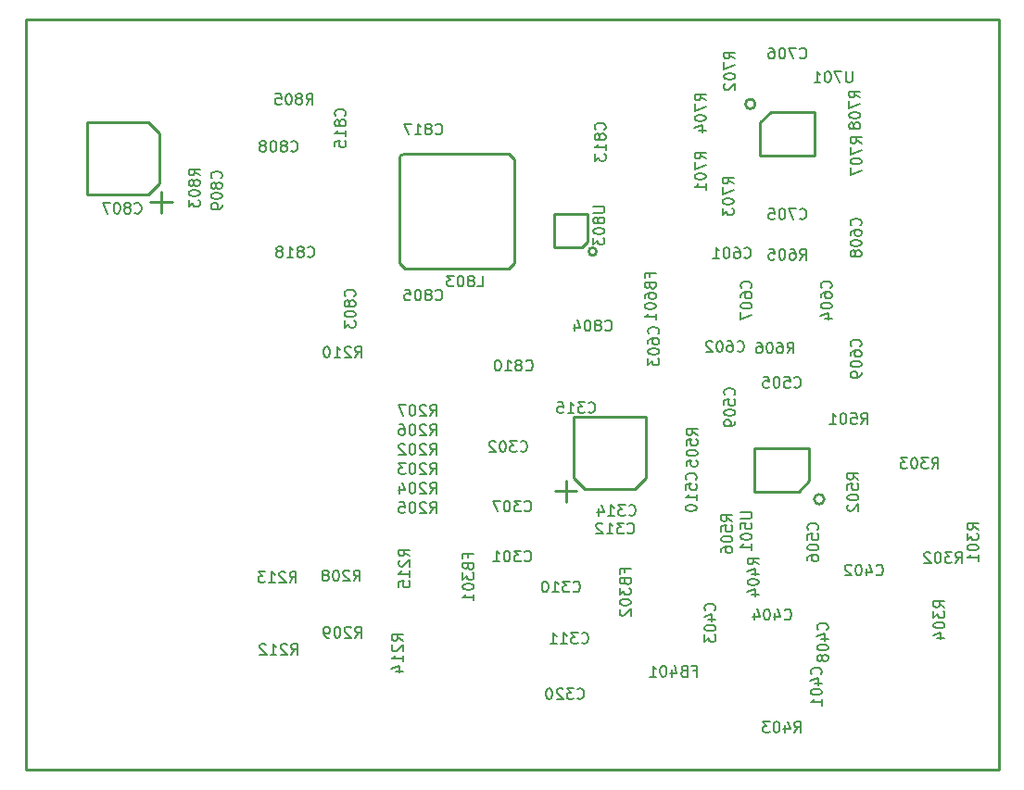
<source format=gbo>
G04 (created by PCBNEW (2013-07-07 BZR 4022)-stable) date 5/10/2015 2:36:51 PM*
%MOIN*%
G04 Gerber Fmt 3.4, Leading zero omitted, Abs format*
%FSLAX34Y34*%
G01*
G70*
G90*
G04 APERTURE LIST*
%ADD10C,0.006*%
%ADD11C,0.01*%
%ADD12C,0.00590551*%
G04 APERTURE END LIST*
G54D10*
G54D11*
X38000Y-28000D02*
X73000Y-28000D01*
X38000Y-55000D02*
X38000Y-28000D01*
X73000Y-55000D02*
X38000Y-55000D01*
X73000Y-28000D02*
X73000Y-55000D01*
X64237Y-31037D02*
G75*
G03X64237Y-31037I-176J0D01*
G74*
G01*
X64415Y-32887D02*
X66384Y-32887D01*
X66384Y-32887D02*
X66384Y-31312D01*
X66384Y-31312D02*
X64809Y-31312D01*
X64809Y-31312D02*
X64415Y-31706D01*
X64415Y-31706D02*
X64415Y-32887D01*
X66714Y-45262D02*
G75*
G03X66714Y-45262I-176J0D01*
G74*
G01*
X66184Y-43412D02*
X64215Y-43412D01*
X64215Y-43412D02*
X64215Y-44987D01*
X64215Y-44987D02*
X65790Y-44987D01*
X65790Y-44987D02*
X66184Y-44593D01*
X66184Y-44593D02*
X66184Y-43412D01*
X51433Y-33029D02*
G75*
G02X51629Y-32833I196J0D01*
G74*
G01*
X55566Y-33029D02*
X55566Y-36770D01*
X55566Y-36770D02*
X55370Y-36966D01*
X55370Y-36966D02*
X51629Y-36966D01*
X51629Y-36966D02*
X51433Y-36770D01*
X51433Y-36770D02*
X51433Y-33029D01*
X55566Y-33029D02*
X55370Y-32833D01*
X55370Y-32833D02*
X51629Y-32833D01*
X58529Y-36348D02*
G75*
G03X58529Y-36348I-141J0D01*
G74*
G01*
X58190Y-35009D02*
X57009Y-35009D01*
X57009Y-35009D02*
X57009Y-36190D01*
X57009Y-36190D02*
X57993Y-36190D01*
X57993Y-36190D02*
X58190Y-35993D01*
X58190Y-35993D02*
X58190Y-35009D01*
X43271Y-34574D02*
X42484Y-34574D01*
X42877Y-34968D02*
X42877Y-34181D01*
X40200Y-31700D02*
X40200Y-34299D01*
X40200Y-34299D02*
X42405Y-34299D01*
X42405Y-34299D02*
X42799Y-33905D01*
X42799Y-33905D02*
X42799Y-32094D01*
X42799Y-32094D02*
X42405Y-31700D01*
X42405Y-31700D02*
X40200Y-31700D01*
X57425Y-45371D02*
X57425Y-44584D01*
X57031Y-44977D02*
X57818Y-44977D01*
X60299Y-42300D02*
X57700Y-42300D01*
X57700Y-42300D02*
X57700Y-44505D01*
X57700Y-44505D02*
X58094Y-44899D01*
X58094Y-44899D02*
X59905Y-44899D01*
X59905Y-44899D02*
X60299Y-44505D01*
X60299Y-44505D02*
X60299Y-42300D01*
G54D12*
X63509Y-29409D02*
X63321Y-29278D01*
X63509Y-29184D02*
X63115Y-29184D01*
X63115Y-29334D01*
X63134Y-29371D01*
X63153Y-29390D01*
X63190Y-29409D01*
X63246Y-29409D01*
X63284Y-29390D01*
X63303Y-29371D01*
X63321Y-29334D01*
X63321Y-29184D01*
X63115Y-29540D02*
X63115Y-29803D01*
X63509Y-29634D01*
X63115Y-30028D02*
X63115Y-30065D01*
X63134Y-30103D01*
X63153Y-30121D01*
X63190Y-30140D01*
X63265Y-30159D01*
X63359Y-30159D01*
X63434Y-30140D01*
X63471Y-30121D01*
X63490Y-30103D01*
X63509Y-30065D01*
X63509Y-30028D01*
X63490Y-29990D01*
X63471Y-29971D01*
X63434Y-29953D01*
X63359Y-29934D01*
X63265Y-29934D01*
X63190Y-29953D01*
X63153Y-29971D01*
X63134Y-29990D01*
X63115Y-30028D01*
X63153Y-30309D02*
X63134Y-30328D01*
X63115Y-30365D01*
X63115Y-30459D01*
X63134Y-30496D01*
X63153Y-30515D01*
X63190Y-30534D01*
X63228Y-30534D01*
X63284Y-30515D01*
X63509Y-30290D01*
X63509Y-30534D01*
X63409Y-46059D02*
X63221Y-45928D01*
X63409Y-45834D02*
X63015Y-45834D01*
X63015Y-45984D01*
X63034Y-46021D01*
X63053Y-46040D01*
X63090Y-46059D01*
X63146Y-46059D01*
X63184Y-46040D01*
X63203Y-46021D01*
X63221Y-45984D01*
X63221Y-45834D01*
X63015Y-46415D02*
X63015Y-46228D01*
X63203Y-46209D01*
X63184Y-46228D01*
X63165Y-46265D01*
X63165Y-46359D01*
X63184Y-46396D01*
X63203Y-46415D01*
X63240Y-46434D01*
X63334Y-46434D01*
X63371Y-46415D01*
X63390Y-46396D01*
X63409Y-46359D01*
X63409Y-46265D01*
X63390Y-46228D01*
X63371Y-46209D01*
X63015Y-46678D02*
X63015Y-46715D01*
X63034Y-46753D01*
X63053Y-46771D01*
X63090Y-46790D01*
X63165Y-46809D01*
X63259Y-46809D01*
X63334Y-46790D01*
X63371Y-46771D01*
X63390Y-46753D01*
X63409Y-46715D01*
X63409Y-46678D01*
X63390Y-46640D01*
X63371Y-46621D01*
X63334Y-46603D01*
X63259Y-46584D01*
X63165Y-46584D01*
X63090Y-46603D01*
X63053Y-46621D01*
X63034Y-46640D01*
X63015Y-46678D01*
X63015Y-47146D02*
X63015Y-47071D01*
X63034Y-47034D01*
X63053Y-47015D01*
X63109Y-46978D01*
X63184Y-46959D01*
X63334Y-46959D01*
X63371Y-46978D01*
X63390Y-46996D01*
X63409Y-47034D01*
X63409Y-47109D01*
X63390Y-47146D01*
X63371Y-47165D01*
X63334Y-47184D01*
X63240Y-47184D01*
X63203Y-47165D01*
X63184Y-47146D01*
X63165Y-47109D01*
X63165Y-47034D01*
X63184Y-46996D01*
X63203Y-46978D01*
X63240Y-46959D01*
X62459Y-30909D02*
X62271Y-30778D01*
X62459Y-30684D02*
X62065Y-30684D01*
X62065Y-30834D01*
X62084Y-30871D01*
X62103Y-30890D01*
X62140Y-30909D01*
X62196Y-30909D01*
X62234Y-30890D01*
X62253Y-30871D01*
X62271Y-30834D01*
X62271Y-30684D01*
X62065Y-31040D02*
X62065Y-31303D01*
X62459Y-31134D01*
X62065Y-31528D02*
X62065Y-31565D01*
X62084Y-31603D01*
X62103Y-31621D01*
X62140Y-31640D01*
X62215Y-31659D01*
X62309Y-31659D01*
X62384Y-31640D01*
X62421Y-31621D01*
X62440Y-31603D01*
X62459Y-31565D01*
X62459Y-31528D01*
X62440Y-31490D01*
X62421Y-31471D01*
X62384Y-31453D01*
X62309Y-31434D01*
X62215Y-31434D01*
X62140Y-31453D01*
X62103Y-31471D01*
X62084Y-31490D01*
X62065Y-31528D01*
X62196Y-31996D02*
X62459Y-31996D01*
X62046Y-31903D02*
X62328Y-31809D01*
X62328Y-32053D01*
X63459Y-33909D02*
X63271Y-33778D01*
X63459Y-33684D02*
X63065Y-33684D01*
X63065Y-33834D01*
X63084Y-33871D01*
X63103Y-33890D01*
X63140Y-33909D01*
X63196Y-33909D01*
X63234Y-33890D01*
X63253Y-33871D01*
X63271Y-33834D01*
X63271Y-33684D01*
X63065Y-34040D02*
X63065Y-34303D01*
X63459Y-34134D01*
X63065Y-34528D02*
X63065Y-34565D01*
X63084Y-34603D01*
X63103Y-34621D01*
X63140Y-34640D01*
X63215Y-34659D01*
X63309Y-34659D01*
X63384Y-34640D01*
X63421Y-34621D01*
X63440Y-34603D01*
X63459Y-34565D01*
X63459Y-34528D01*
X63440Y-34490D01*
X63421Y-34471D01*
X63384Y-34453D01*
X63309Y-34434D01*
X63215Y-34434D01*
X63140Y-34453D01*
X63103Y-34471D01*
X63084Y-34490D01*
X63065Y-34528D01*
X63065Y-34790D02*
X63065Y-35034D01*
X63215Y-34903D01*
X63215Y-34959D01*
X63234Y-34996D01*
X63253Y-35015D01*
X63290Y-35034D01*
X63384Y-35034D01*
X63421Y-35015D01*
X63440Y-34996D01*
X63459Y-34959D01*
X63459Y-34846D01*
X63440Y-34809D01*
X63421Y-34790D01*
X44259Y-33609D02*
X44071Y-33478D01*
X44259Y-33384D02*
X43865Y-33384D01*
X43865Y-33534D01*
X43884Y-33571D01*
X43903Y-33590D01*
X43940Y-33609D01*
X43996Y-33609D01*
X44034Y-33590D01*
X44053Y-33571D01*
X44071Y-33534D01*
X44071Y-33384D01*
X44034Y-33834D02*
X44015Y-33796D01*
X43996Y-33778D01*
X43959Y-33759D01*
X43940Y-33759D01*
X43903Y-33778D01*
X43884Y-33796D01*
X43865Y-33834D01*
X43865Y-33909D01*
X43884Y-33946D01*
X43903Y-33965D01*
X43940Y-33984D01*
X43959Y-33984D01*
X43996Y-33965D01*
X44015Y-33946D01*
X44034Y-33909D01*
X44034Y-33834D01*
X44053Y-33796D01*
X44071Y-33778D01*
X44109Y-33759D01*
X44184Y-33759D01*
X44221Y-33778D01*
X44240Y-33796D01*
X44259Y-33834D01*
X44259Y-33909D01*
X44240Y-33946D01*
X44221Y-33965D01*
X44184Y-33984D01*
X44109Y-33984D01*
X44071Y-33965D01*
X44053Y-33946D01*
X44034Y-33909D01*
X43865Y-34228D02*
X43865Y-34265D01*
X43884Y-34303D01*
X43903Y-34321D01*
X43940Y-34340D01*
X44015Y-34359D01*
X44109Y-34359D01*
X44184Y-34340D01*
X44221Y-34321D01*
X44240Y-34303D01*
X44259Y-34265D01*
X44259Y-34228D01*
X44240Y-34190D01*
X44221Y-34171D01*
X44184Y-34153D01*
X44109Y-34134D01*
X44015Y-34134D01*
X43940Y-34153D01*
X43903Y-34171D01*
X43884Y-34190D01*
X43865Y-34228D01*
X43865Y-34490D02*
X43865Y-34734D01*
X44015Y-34603D01*
X44015Y-34659D01*
X44034Y-34696D01*
X44053Y-34715D01*
X44090Y-34734D01*
X44184Y-34734D01*
X44221Y-34715D01*
X44240Y-34696D01*
X44259Y-34659D01*
X44259Y-34546D01*
X44240Y-34509D01*
X44221Y-34490D01*
X65640Y-53659D02*
X65771Y-53471D01*
X65865Y-53659D02*
X65865Y-53265D01*
X65715Y-53265D01*
X65678Y-53284D01*
X65659Y-53303D01*
X65640Y-53340D01*
X65640Y-53396D01*
X65659Y-53434D01*
X65678Y-53453D01*
X65715Y-53471D01*
X65865Y-53471D01*
X65303Y-53396D02*
X65303Y-53659D01*
X65396Y-53246D02*
X65490Y-53528D01*
X65246Y-53528D01*
X65021Y-53265D02*
X64984Y-53265D01*
X64946Y-53284D01*
X64928Y-53303D01*
X64909Y-53340D01*
X64890Y-53415D01*
X64890Y-53509D01*
X64909Y-53584D01*
X64928Y-53621D01*
X64946Y-53640D01*
X64984Y-53659D01*
X65021Y-53659D01*
X65059Y-53640D01*
X65078Y-53621D01*
X65096Y-53584D01*
X65115Y-53509D01*
X65115Y-53415D01*
X65096Y-53340D01*
X65078Y-53303D01*
X65059Y-53284D01*
X65021Y-53265D01*
X64759Y-53265D02*
X64515Y-53265D01*
X64646Y-53415D01*
X64590Y-53415D01*
X64553Y-53434D01*
X64534Y-53453D01*
X64515Y-53490D01*
X64515Y-53584D01*
X64534Y-53621D01*
X64553Y-53640D01*
X64590Y-53659D01*
X64703Y-53659D01*
X64740Y-53640D01*
X64759Y-53621D01*
X68009Y-30809D02*
X67821Y-30678D01*
X68009Y-30584D02*
X67615Y-30584D01*
X67615Y-30734D01*
X67634Y-30771D01*
X67653Y-30790D01*
X67690Y-30809D01*
X67746Y-30809D01*
X67784Y-30790D01*
X67803Y-30771D01*
X67821Y-30734D01*
X67821Y-30584D01*
X67615Y-30940D02*
X67615Y-31203D01*
X68009Y-31034D01*
X67615Y-31428D02*
X67615Y-31465D01*
X67634Y-31503D01*
X67653Y-31521D01*
X67690Y-31540D01*
X67765Y-31559D01*
X67859Y-31559D01*
X67934Y-31540D01*
X67971Y-31521D01*
X67990Y-31503D01*
X68009Y-31465D01*
X68009Y-31428D01*
X67990Y-31390D01*
X67971Y-31371D01*
X67934Y-31353D01*
X67859Y-31334D01*
X67765Y-31334D01*
X67690Y-31353D01*
X67653Y-31371D01*
X67634Y-31390D01*
X67615Y-31428D01*
X67784Y-31784D02*
X67765Y-31746D01*
X67746Y-31728D01*
X67709Y-31709D01*
X67690Y-31709D01*
X67653Y-31728D01*
X67634Y-31746D01*
X67615Y-31784D01*
X67615Y-31859D01*
X67634Y-31896D01*
X67653Y-31915D01*
X67690Y-31934D01*
X67709Y-31934D01*
X67746Y-31915D01*
X67765Y-31896D01*
X67784Y-31859D01*
X67784Y-31784D01*
X67803Y-31746D01*
X67821Y-31728D01*
X67859Y-31709D01*
X67934Y-31709D01*
X67971Y-31728D01*
X67990Y-31746D01*
X68009Y-31784D01*
X68009Y-31859D01*
X67990Y-31896D01*
X67971Y-31915D01*
X67934Y-31934D01*
X67859Y-31934D01*
X67821Y-31915D01*
X67803Y-31896D01*
X67784Y-31859D01*
X62159Y-42959D02*
X61971Y-42828D01*
X62159Y-42734D02*
X61765Y-42734D01*
X61765Y-42884D01*
X61784Y-42921D01*
X61803Y-42940D01*
X61840Y-42959D01*
X61896Y-42959D01*
X61934Y-42940D01*
X61953Y-42921D01*
X61971Y-42884D01*
X61971Y-42734D01*
X61765Y-43315D02*
X61765Y-43128D01*
X61953Y-43109D01*
X61934Y-43128D01*
X61915Y-43165D01*
X61915Y-43259D01*
X61934Y-43296D01*
X61953Y-43315D01*
X61990Y-43334D01*
X62084Y-43334D01*
X62121Y-43315D01*
X62140Y-43296D01*
X62159Y-43259D01*
X62159Y-43165D01*
X62140Y-43128D01*
X62121Y-43109D01*
X61765Y-43578D02*
X61765Y-43615D01*
X61784Y-43653D01*
X61803Y-43671D01*
X61840Y-43690D01*
X61915Y-43709D01*
X62009Y-43709D01*
X62084Y-43690D01*
X62121Y-43671D01*
X62140Y-43653D01*
X62159Y-43615D01*
X62159Y-43578D01*
X62140Y-43540D01*
X62121Y-43521D01*
X62084Y-43503D01*
X62009Y-43484D01*
X61915Y-43484D01*
X61840Y-43503D01*
X61803Y-43521D01*
X61784Y-43540D01*
X61765Y-43578D01*
X61765Y-44065D02*
X61765Y-43878D01*
X61953Y-43859D01*
X61934Y-43878D01*
X61915Y-43915D01*
X61915Y-44009D01*
X61934Y-44046D01*
X61953Y-44065D01*
X61990Y-44084D01*
X62084Y-44084D01*
X62121Y-44065D01*
X62140Y-44046D01*
X62159Y-44009D01*
X62159Y-43915D01*
X62140Y-43878D01*
X62121Y-43859D01*
X68040Y-42559D02*
X68171Y-42371D01*
X68265Y-42559D02*
X68265Y-42165D01*
X68115Y-42165D01*
X68078Y-42184D01*
X68059Y-42203D01*
X68040Y-42240D01*
X68040Y-42296D01*
X68059Y-42334D01*
X68078Y-42353D01*
X68115Y-42371D01*
X68265Y-42371D01*
X67684Y-42165D02*
X67871Y-42165D01*
X67890Y-42353D01*
X67871Y-42334D01*
X67834Y-42315D01*
X67740Y-42315D01*
X67703Y-42334D01*
X67684Y-42353D01*
X67665Y-42390D01*
X67665Y-42484D01*
X67684Y-42521D01*
X67703Y-42540D01*
X67740Y-42559D01*
X67834Y-42559D01*
X67871Y-42540D01*
X67890Y-42521D01*
X67421Y-42165D02*
X67384Y-42165D01*
X67346Y-42184D01*
X67328Y-42203D01*
X67309Y-42240D01*
X67290Y-42315D01*
X67290Y-42409D01*
X67309Y-42484D01*
X67328Y-42521D01*
X67346Y-42540D01*
X67384Y-42559D01*
X67421Y-42559D01*
X67459Y-42540D01*
X67478Y-42521D01*
X67496Y-42484D01*
X67515Y-42409D01*
X67515Y-42315D01*
X67496Y-42240D01*
X67478Y-42203D01*
X67459Y-42184D01*
X67421Y-42165D01*
X66915Y-42559D02*
X67140Y-42559D01*
X67028Y-42559D02*
X67028Y-42165D01*
X67065Y-42221D01*
X67103Y-42259D01*
X67140Y-42278D01*
X64359Y-47609D02*
X64171Y-47478D01*
X64359Y-47384D02*
X63965Y-47384D01*
X63965Y-47534D01*
X63984Y-47571D01*
X64003Y-47590D01*
X64040Y-47609D01*
X64096Y-47609D01*
X64134Y-47590D01*
X64153Y-47571D01*
X64171Y-47534D01*
X64171Y-47384D01*
X64096Y-47946D02*
X64359Y-47946D01*
X63946Y-47853D02*
X64228Y-47759D01*
X64228Y-48003D01*
X63965Y-48228D02*
X63965Y-48265D01*
X63984Y-48303D01*
X64003Y-48321D01*
X64040Y-48340D01*
X64115Y-48359D01*
X64209Y-48359D01*
X64284Y-48340D01*
X64321Y-48321D01*
X64340Y-48303D01*
X64359Y-48265D01*
X64359Y-48228D01*
X64340Y-48190D01*
X64321Y-48171D01*
X64284Y-48153D01*
X64209Y-48134D01*
X64115Y-48134D01*
X64040Y-48153D01*
X64003Y-48171D01*
X63984Y-48190D01*
X63965Y-48228D01*
X64096Y-48696D02*
X64359Y-48696D01*
X63946Y-48603D02*
X64228Y-48509D01*
X64228Y-48753D01*
X72259Y-46359D02*
X72071Y-46228D01*
X72259Y-46134D02*
X71865Y-46134D01*
X71865Y-46284D01*
X71884Y-46321D01*
X71903Y-46340D01*
X71940Y-46359D01*
X71996Y-46359D01*
X72034Y-46340D01*
X72053Y-46321D01*
X72071Y-46284D01*
X72071Y-46134D01*
X71865Y-46490D02*
X71865Y-46734D01*
X72015Y-46603D01*
X72015Y-46659D01*
X72034Y-46696D01*
X72053Y-46715D01*
X72090Y-46734D01*
X72184Y-46734D01*
X72221Y-46715D01*
X72240Y-46696D01*
X72259Y-46659D01*
X72259Y-46546D01*
X72240Y-46509D01*
X72221Y-46490D01*
X71865Y-46978D02*
X71865Y-47015D01*
X71884Y-47053D01*
X71903Y-47071D01*
X71940Y-47090D01*
X72015Y-47109D01*
X72109Y-47109D01*
X72184Y-47090D01*
X72221Y-47071D01*
X72240Y-47053D01*
X72259Y-47015D01*
X72259Y-46978D01*
X72240Y-46940D01*
X72221Y-46921D01*
X72184Y-46903D01*
X72109Y-46884D01*
X72015Y-46884D01*
X71940Y-46903D01*
X71903Y-46921D01*
X71884Y-46940D01*
X71865Y-46978D01*
X72259Y-47484D02*
X72259Y-47259D01*
X72259Y-47371D02*
X71865Y-47371D01*
X71921Y-47334D01*
X71959Y-47296D01*
X71978Y-47259D01*
X71440Y-47559D02*
X71571Y-47371D01*
X71665Y-47559D02*
X71665Y-47165D01*
X71515Y-47165D01*
X71478Y-47184D01*
X71459Y-47203D01*
X71440Y-47240D01*
X71440Y-47296D01*
X71459Y-47334D01*
X71478Y-47353D01*
X71515Y-47371D01*
X71665Y-47371D01*
X71309Y-47165D02*
X71065Y-47165D01*
X71196Y-47315D01*
X71140Y-47315D01*
X71103Y-47334D01*
X71084Y-47353D01*
X71065Y-47390D01*
X71065Y-47484D01*
X71084Y-47521D01*
X71103Y-47540D01*
X71140Y-47559D01*
X71253Y-47559D01*
X71290Y-47540D01*
X71309Y-47521D01*
X70821Y-47165D02*
X70784Y-47165D01*
X70746Y-47184D01*
X70728Y-47203D01*
X70709Y-47240D01*
X70690Y-47315D01*
X70690Y-47409D01*
X70709Y-47484D01*
X70728Y-47521D01*
X70746Y-47540D01*
X70784Y-47559D01*
X70821Y-47559D01*
X70859Y-47540D01*
X70878Y-47521D01*
X70896Y-47484D01*
X70915Y-47409D01*
X70915Y-47315D01*
X70896Y-47240D01*
X70878Y-47203D01*
X70859Y-47184D01*
X70821Y-47165D01*
X70540Y-47203D02*
X70521Y-47184D01*
X70484Y-47165D01*
X70390Y-47165D01*
X70353Y-47184D01*
X70334Y-47203D01*
X70315Y-47240D01*
X70315Y-47278D01*
X70334Y-47334D01*
X70559Y-47559D01*
X70315Y-47559D01*
X70590Y-44159D02*
X70721Y-43971D01*
X70815Y-44159D02*
X70815Y-43765D01*
X70665Y-43765D01*
X70628Y-43784D01*
X70609Y-43803D01*
X70590Y-43840D01*
X70590Y-43896D01*
X70609Y-43934D01*
X70628Y-43953D01*
X70665Y-43971D01*
X70815Y-43971D01*
X70459Y-43765D02*
X70215Y-43765D01*
X70346Y-43915D01*
X70290Y-43915D01*
X70253Y-43934D01*
X70234Y-43953D01*
X70215Y-43990D01*
X70215Y-44084D01*
X70234Y-44121D01*
X70253Y-44140D01*
X70290Y-44159D01*
X70403Y-44159D01*
X70440Y-44140D01*
X70459Y-44121D01*
X69971Y-43765D02*
X69934Y-43765D01*
X69896Y-43784D01*
X69878Y-43803D01*
X69859Y-43840D01*
X69840Y-43915D01*
X69840Y-44009D01*
X69859Y-44084D01*
X69878Y-44121D01*
X69896Y-44140D01*
X69934Y-44159D01*
X69971Y-44159D01*
X70009Y-44140D01*
X70028Y-44121D01*
X70046Y-44084D01*
X70065Y-44009D01*
X70065Y-43915D01*
X70046Y-43840D01*
X70028Y-43803D01*
X70009Y-43784D01*
X69971Y-43765D01*
X69709Y-43765D02*
X69465Y-43765D01*
X69596Y-43915D01*
X69540Y-43915D01*
X69503Y-43934D01*
X69484Y-43953D01*
X69465Y-43990D01*
X69465Y-44084D01*
X69484Y-44121D01*
X69503Y-44140D01*
X69540Y-44159D01*
X69653Y-44159D01*
X69690Y-44140D01*
X69709Y-44121D01*
X71048Y-49159D02*
X70860Y-49028D01*
X71048Y-48934D02*
X70654Y-48934D01*
X70654Y-49084D01*
X70673Y-49121D01*
X70692Y-49140D01*
X70729Y-49159D01*
X70785Y-49159D01*
X70823Y-49140D01*
X70842Y-49121D01*
X70860Y-49084D01*
X70860Y-48934D01*
X70654Y-49290D02*
X70654Y-49534D01*
X70804Y-49403D01*
X70804Y-49459D01*
X70823Y-49496D01*
X70842Y-49515D01*
X70879Y-49534D01*
X70973Y-49534D01*
X71010Y-49515D01*
X71029Y-49496D01*
X71048Y-49459D01*
X71048Y-49346D01*
X71029Y-49309D01*
X71010Y-49290D01*
X70654Y-49778D02*
X70654Y-49815D01*
X70673Y-49853D01*
X70692Y-49871D01*
X70729Y-49890D01*
X70804Y-49909D01*
X70898Y-49909D01*
X70973Y-49890D01*
X71010Y-49871D01*
X71029Y-49853D01*
X71048Y-49815D01*
X71048Y-49778D01*
X71029Y-49740D01*
X71010Y-49721D01*
X70973Y-49703D01*
X70898Y-49684D01*
X70804Y-49684D01*
X70729Y-49703D01*
X70692Y-49721D01*
X70673Y-49740D01*
X70654Y-49778D01*
X70785Y-50246D02*
X71048Y-50246D01*
X70635Y-50153D02*
X70917Y-50059D01*
X70917Y-50303D01*
X47540Y-50859D02*
X47671Y-50671D01*
X47765Y-50859D02*
X47765Y-50465D01*
X47615Y-50465D01*
X47578Y-50484D01*
X47559Y-50503D01*
X47540Y-50540D01*
X47540Y-50596D01*
X47559Y-50634D01*
X47578Y-50653D01*
X47615Y-50671D01*
X47765Y-50671D01*
X47390Y-50503D02*
X47371Y-50484D01*
X47334Y-50465D01*
X47240Y-50465D01*
X47203Y-50484D01*
X47184Y-50503D01*
X47165Y-50540D01*
X47165Y-50578D01*
X47184Y-50634D01*
X47409Y-50859D01*
X47165Y-50859D01*
X46790Y-50859D02*
X47015Y-50859D01*
X46903Y-50859D02*
X46903Y-50465D01*
X46940Y-50521D01*
X46978Y-50559D01*
X47015Y-50578D01*
X46640Y-50503D02*
X46621Y-50484D01*
X46584Y-50465D01*
X46490Y-50465D01*
X46453Y-50484D01*
X46434Y-50503D01*
X46415Y-50540D01*
X46415Y-50578D01*
X46434Y-50634D01*
X46659Y-50859D01*
X46415Y-50859D01*
X47490Y-48259D02*
X47621Y-48071D01*
X47715Y-48259D02*
X47715Y-47865D01*
X47565Y-47865D01*
X47528Y-47884D01*
X47509Y-47903D01*
X47490Y-47940D01*
X47490Y-47996D01*
X47509Y-48034D01*
X47528Y-48053D01*
X47565Y-48071D01*
X47715Y-48071D01*
X47340Y-47903D02*
X47321Y-47884D01*
X47284Y-47865D01*
X47190Y-47865D01*
X47153Y-47884D01*
X47134Y-47903D01*
X47115Y-47940D01*
X47115Y-47978D01*
X47134Y-48034D01*
X47359Y-48259D01*
X47115Y-48259D01*
X46740Y-48259D02*
X46965Y-48259D01*
X46853Y-48259D02*
X46853Y-47865D01*
X46890Y-47921D01*
X46928Y-47959D01*
X46965Y-47978D01*
X46609Y-47865D02*
X46365Y-47865D01*
X46496Y-48015D01*
X46440Y-48015D01*
X46403Y-48034D01*
X46384Y-48053D01*
X46365Y-48090D01*
X46365Y-48184D01*
X46384Y-48221D01*
X46403Y-48240D01*
X46440Y-48259D01*
X46553Y-48259D01*
X46590Y-48240D01*
X46609Y-48221D01*
X65840Y-36648D02*
X65971Y-36460D01*
X66065Y-36648D02*
X66065Y-36254D01*
X65915Y-36254D01*
X65878Y-36273D01*
X65859Y-36292D01*
X65840Y-36329D01*
X65840Y-36385D01*
X65859Y-36423D01*
X65878Y-36442D01*
X65915Y-36460D01*
X66065Y-36460D01*
X65503Y-36254D02*
X65578Y-36254D01*
X65615Y-36273D01*
X65634Y-36292D01*
X65671Y-36348D01*
X65690Y-36423D01*
X65690Y-36573D01*
X65671Y-36610D01*
X65653Y-36629D01*
X65615Y-36648D01*
X65540Y-36648D01*
X65503Y-36629D01*
X65484Y-36610D01*
X65465Y-36573D01*
X65465Y-36479D01*
X65484Y-36442D01*
X65503Y-36423D01*
X65540Y-36404D01*
X65615Y-36404D01*
X65653Y-36423D01*
X65671Y-36442D01*
X65690Y-36479D01*
X65221Y-36254D02*
X65184Y-36254D01*
X65146Y-36273D01*
X65128Y-36292D01*
X65109Y-36329D01*
X65090Y-36404D01*
X65090Y-36498D01*
X65109Y-36573D01*
X65128Y-36610D01*
X65146Y-36629D01*
X65184Y-36648D01*
X65221Y-36648D01*
X65259Y-36629D01*
X65278Y-36610D01*
X65296Y-36573D01*
X65315Y-36498D01*
X65315Y-36404D01*
X65296Y-36329D01*
X65278Y-36292D01*
X65259Y-36273D01*
X65221Y-36254D01*
X64734Y-36254D02*
X64921Y-36254D01*
X64940Y-36442D01*
X64921Y-36423D01*
X64884Y-36404D01*
X64790Y-36404D01*
X64753Y-36423D01*
X64734Y-36442D01*
X64715Y-36479D01*
X64715Y-36573D01*
X64734Y-36610D01*
X64753Y-36629D01*
X64790Y-36648D01*
X64884Y-36648D01*
X64921Y-36629D01*
X64940Y-36610D01*
X65390Y-40009D02*
X65521Y-39821D01*
X65615Y-40009D02*
X65615Y-39615D01*
X65465Y-39615D01*
X65428Y-39634D01*
X65409Y-39653D01*
X65390Y-39690D01*
X65390Y-39746D01*
X65409Y-39784D01*
X65428Y-39803D01*
X65465Y-39821D01*
X65615Y-39821D01*
X65053Y-39615D02*
X65128Y-39615D01*
X65165Y-39634D01*
X65184Y-39653D01*
X65221Y-39709D01*
X65240Y-39784D01*
X65240Y-39934D01*
X65221Y-39971D01*
X65203Y-39990D01*
X65165Y-40009D01*
X65090Y-40009D01*
X65053Y-39990D01*
X65034Y-39971D01*
X65015Y-39934D01*
X65015Y-39840D01*
X65034Y-39803D01*
X65053Y-39784D01*
X65090Y-39765D01*
X65165Y-39765D01*
X65203Y-39784D01*
X65221Y-39803D01*
X65240Y-39840D01*
X64771Y-39615D02*
X64734Y-39615D01*
X64696Y-39634D01*
X64678Y-39653D01*
X64659Y-39690D01*
X64640Y-39765D01*
X64640Y-39859D01*
X64659Y-39934D01*
X64678Y-39971D01*
X64696Y-39990D01*
X64734Y-40009D01*
X64771Y-40009D01*
X64809Y-39990D01*
X64828Y-39971D01*
X64846Y-39934D01*
X64865Y-39859D01*
X64865Y-39765D01*
X64846Y-39690D01*
X64828Y-39653D01*
X64809Y-39634D01*
X64771Y-39615D01*
X64303Y-39615D02*
X64378Y-39615D01*
X64415Y-39634D01*
X64434Y-39653D01*
X64471Y-39709D01*
X64490Y-39784D01*
X64490Y-39934D01*
X64471Y-39971D01*
X64453Y-39990D01*
X64415Y-40009D01*
X64340Y-40009D01*
X64303Y-39990D01*
X64284Y-39971D01*
X64265Y-39934D01*
X64265Y-39840D01*
X64284Y-39803D01*
X64303Y-39784D01*
X64340Y-39765D01*
X64415Y-39765D01*
X64453Y-39784D01*
X64471Y-39803D01*
X64490Y-39840D01*
X51559Y-50359D02*
X51371Y-50228D01*
X51559Y-50134D02*
X51165Y-50134D01*
X51165Y-50284D01*
X51184Y-50321D01*
X51203Y-50340D01*
X51240Y-50359D01*
X51296Y-50359D01*
X51334Y-50340D01*
X51353Y-50321D01*
X51371Y-50284D01*
X51371Y-50134D01*
X51203Y-50509D02*
X51184Y-50528D01*
X51165Y-50565D01*
X51165Y-50659D01*
X51184Y-50696D01*
X51203Y-50715D01*
X51240Y-50734D01*
X51278Y-50734D01*
X51334Y-50715D01*
X51559Y-50490D01*
X51559Y-50734D01*
X51559Y-51109D02*
X51559Y-50884D01*
X51559Y-50996D02*
X51165Y-50996D01*
X51221Y-50959D01*
X51259Y-50921D01*
X51278Y-50884D01*
X51296Y-51446D02*
X51559Y-51446D01*
X51146Y-51353D02*
X51428Y-51259D01*
X51428Y-51503D01*
X51809Y-47309D02*
X51621Y-47178D01*
X51809Y-47084D02*
X51415Y-47084D01*
X51415Y-47234D01*
X51434Y-47271D01*
X51453Y-47290D01*
X51490Y-47309D01*
X51546Y-47309D01*
X51584Y-47290D01*
X51603Y-47271D01*
X51621Y-47234D01*
X51621Y-47084D01*
X51453Y-47459D02*
X51434Y-47478D01*
X51415Y-47515D01*
X51415Y-47609D01*
X51434Y-47646D01*
X51453Y-47665D01*
X51490Y-47684D01*
X51528Y-47684D01*
X51584Y-47665D01*
X51809Y-47440D01*
X51809Y-47684D01*
X51809Y-48059D02*
X51809Y-47834D01*
X51809Y-47946D02*
X51415Y-47946D01*
X51471Y-47909D01*
X51509Y-47871D01*
X51528Y-47834D01*
X51415Y-48415D02*
X51415Y-48228D01*
X51603Y-48209D01*
X51584Y-48228D01*
X51565Y-48265D01*
X51565Y-48359D01*
X51584Y-48396D01*
X51603Y-48415D01*
X51640Y-48434D01*
X51734Y-48434D01*
X51771Y-48415D01*
X51790Y-48396D01*
X51809Y-48359D01*
X51809Y-48265D01*
X51790Y-48228D01*
X51771Y-48209D01*
X49840Y-40159D02*
X49971Y-39971D01*
X50065Y-40159D02*
X50065Y-39765D01*
X49915Y-39765D01*
X49878Y-39784D01*
X49859Y-39803D01*
X49840Y-39840D01*
X49840Y-39896D01*
X49859Y-39934D01*
X49878Y-39953D01*
X49915Y-39971D01*
X50065Y-39971D01*
X49690Y-39803D02*
X49671Y-39784D01*
X49634Y-39765D01*
X49540Y-39765D01*
X49503Y-39784D01*
X49484Y-39803D01*
X49465Y-39840D01*
X49465Y-39878D01*
X49484Y-39934D01*
X49709Y-40159D01*
X49465Y-40159D01*
X49090Y-40159D02*
X49315Y-40159D01*
X49203Y-40159D02*
X49203Y-39765D01*
X49240Y-39821D01*
X49278Y-39859D01*
X49315Y-39878D01*
X48846Y-39765D02*
X48809Y-39765D01*
X48771Y-39784D01*
X48753Y-39803D01*
X48734Y-39840D01*
X48715Y-39915D01*
X48715Y-40009D01*
X48734Y-40084D01*
X48753Y-40121D01*
X48771Y-40140D01*
X48809Y-40159D01*
X48846Y-40159D01*
X48884Y-40140D01*
X48903Y-40121D01*
X48921Y-40084D01*
X48940Y-40009D01*
X48940Y-39915D01*
X48921Y-39840D01*
X48903Y-39803D01*
X48884Y-39784D01*
X48846Y-39765D01*
X67948Y-44559D02*
X67760Y-44428D01*
X67948Y-44334D02*
X67554Y-44334D01*
X67554Y-44484D01*
X67573Y-44521D01*
X67592Y-44540D01*
X67629Y-44559D01*
X67685Y-44559D01*
X67723Y-44540D01*
X67742Y-44521D01*
X67760Y-44484D01*
X67760Y-44334D01*
X67554Y-44915D02*
X67554Y-44728D01*
X67742Y-44709D01*
X67723Y-44728D01*
X67704Y-44765D01*
X67704Y-44859D01*
X67723Y-44896D01*
X67742Y-44915D01*
X67779Y-44934D01*
X67873Y-44934D01*
X67910Y-44915D01*
X67929Y-44896D01*
X67948Y-44859D01*
X67948Y-44765D01*
X67929Y-44728D01*
X67910Y-44709D01*
X67554Y-45178D02*
X67554Y-45215D01*
X67573Y-45253D01*
X67592Y-45271D01*
X67629Y-45290D01*
X67704Y-45309D01*
X67798Y-45309D01*
X67873Y-45290D01*
X67910Y-45271D01*
X67929Y-45253D01*
X67948Y-45215D01*
X67948Y-45178D01*
X67929Y-45140D01*
X67910Y-45121D01*
X67873Y-45103D01*
X67798Y-45084D01*
X67704Y-45084D01*
X67629Y-45103D01*
X67592Y-45121D01*
X67573Y-45140D01*
X67554Y-45178D01*
X67592Y-45459D02*
X67573Y-45478D01*
X67554Y-45515D01*
X67554Y-45609D01*
X67573Y-45646D01*
X67592Y-45665D01*
X67629Y-45684D01*
X67667Y-45684D01*
X67723Y-45665D01*
X67948Y-45440D01*
X67948Y-45684D01*
X49840Y-50248D02*
X49971Y-50060D01*
X50065Y-50248D02*
X50065Y-49854D01*
X49915Y-49854D01*
X49878Y-49873D01*
X49859Y-49892D01*
X49840Y-49929D01*
X49840Y-49985D01*
X49859Y-50023D01*
X49878Y-50042D01*
X49915Y-50060D01*
X50065Y-50060D01*
X49690Y-49892D02*
X49671Y-49873D01*
X49634Y-49854D01*
X49540Y-49854D01*
X49503Y-49873D01*
X49484Y-49892D01*
X49465Y-49929D01*
X49465Y-49967D01*
X49484Y-50023D01*
X49709Y-50248D01*
X49465Y-50248D01*
X49221Y-49854D02*
X49184Y-49854D01*
X49146Y-49873D01*
X49128Y-49892D01*
X49109Y-49929D01*
X49090Y-50004D01*
X49090Y-50098D01*
X49109Y-50173D01*
X49128Y-50210D01*
X49146Y-50229D01*
X49184Y-50248D01*
X49221Y-50248D01*
X49259Y-50229D01*
X49278Y-50210D01*
X49296Y-50173D01*
X49315Y-50098D01*
X49315Y-50004D01*
X49296Y-49929D01*
X49278Y-49892D01*
X49259Y-49873D01*
X49221Y-49854D01*
X48903Y-50248D02*
X48828Y-50248D01*
X48790Y-50229D01*
X48771Y-50210D01*
X48734Y-50154D01*
X48715Y-50079D01*
X48715Y-49929D01*
X48734Y-49892D01*
X48753Y-49873D01*
X48790Y-49854D01*
X48865Y-49854D01*
X48903Y-49873D01*
X48921Y-49892D01*
X48940Y-49929D01*
X48940Y-50023D01*
X48921Y-50060D01*
X48903Y-50079D01*
X48865Y-50098D01*
X48790Y-50098D01*
X48753Y-50079D01*
X48734Y-50060D01*
X48715Y-50023D01*
X49790Y-48209D02*
X49921Y-48021D01*
X50015Y-48209D02*
X50015Y-47815D01*
X49865Y-47815D01*
X49828Y-47834D01*
X49809Y-47853D01*
X49790Y-47890D01*
X49790Y-47946D01*
X49809Y-47984D01*
X49828Y-48003D01*
X49865Y-48021D01*
X50015Y-48021D01*
X49640Y-47853D02*
X49621Y-47834D01*
X49584Y-47815D01*
X49490Y-47815D01*
X49453Y-47834D01*
X49434Y-47853D01*
X49415Y-47890D01*
X49415Y-47928D01*
X49434Y-47984D01*
X49659Y-48209D01*
X49415Y-48209D01*
X49171Y-47815D02*
X49134Y-47815D01*
X49096Y-47834D01*
X49078Y-47853D01*
X49059Y-47890D01*
X49040Y-47965D01*
X49040Y-48059D01*
X49059Y-48134D01*
X49078Y-48171D01*
X49096Y-48190D01*
X49134Y-48209D01*
X49171Y-48209D01*
X49209Y-48190D01*
X49228Y-48171D01*
X49246Y-48134D01*
X49265Y-48059D01*
X49265Y-47965D01*
X49246Y-47890D01*
X49228Y-47853D01*
X49209Y-47834D01*
X49171Y-47815D01*
X48815Y-47984D02*
X48853Y-47965D01*
X48871Y-47946D01*
X48890Y-47909D01*
X48890Y-47890D01*
X48871Y-47853D01*
X48853Y-47834D01*
X48815Y-47815D01*
X48740Y-47815D01*
X48703Y-47834D01*
X48684Y-47853D01*
X48665Y-47890D01*
X48665Y-47909D01*
X48684Y-47946D01*
X48703Y-47965D01*
X48740Y-47984D01*
X48815Y-47984D01*
X48853Y-48003D01*
X48871Y-48021D01*
X48890Y-48059D01*
X48890Y-48134D01*
X48871Y-48171D01*
X48853Y-48190D01*
X48815Y-48209D01*
X48740Y-48209D01*
X48703Y-48190D01*
X48684Y-48171D01*
X48665Y-48134D01*
X48665Y-48059D01*
X48684Y-48021D01*
X48703Y-48003D01*
X48740Y-47984D01*
X52540Y-42259D02*
X52671Y-42071D01*
X52765Y-42259D02*
X52765Y-41865D01*
X52615Y-41865D01*
X52578Y-41884D01*
X52559Y-41903D01*
X52540Y-41940D01*
X52540Y-41996D01*
X52559Y-42034D01*
X52578Y-42053D01*
X52615Y-42071D01*
X52765Y-42071D01*
X52390Y-41903D02*
X52371Y-41884D01*
X52334Y-41865D01*
X52240Y-41865D01*
X52203Y-41884D01*
X52184Y-41903D01*
X52165Y-41940D01*
X52165Y-41978D01*
X52184Y-42034D01*
X52409Y-42259D01*
X52165Y-42259D01*
X51921Y-41865D02*
X51884Y-41865D01*
X51846Y-41884D01*
X51828Y-41903D01*
X51809Y-41940D01*
X51790Y-42015D01*
X51790Y-42109D01*
X51809Y-42184D01*
X51828Y-42221D01*
X51846Y-42240D01*
X51884Y-42259D01*
X51921Y-42259D01*
X51959Y-42240D01*
X51978Y-42221D01*
X51996Y-42184D01*
X52015Y-42109D01*
X52015Y-42015D01*
X51996Y-41940D01*
X51978Y-41903D01*
X51959Y-41884D01*
X51921Y-41865D01*
X51659Y-41865D02*
X51396Y-41865D01*
X51565Y-42259D01*
X52540Y-42959D02*
X52671Y-42771D01*
X52765Y-42959D02*
X52765Y-42565D01*
X52615Y-42565D01*
X52578Y-42584D01*
X52559Y-42603D01*
X52540Y-42640D01*
X52540Y-42696D01*
X52559Y-42734D01*
X52578Y-42753D01*
X52615Y-42771D01*
X52765Y-42771D01*
X52390Y-42603D02*
X52371Y-42584D01*
X52334Y-42565D01*
X52240Y-42565D01*
X52203Y-42584D01*
X52184Y-42603D01*
X52165Y-42640D01*
X52165Y-42678D01*
X52184Y-42734D01*
X52409Y-42959D01*
X52165Y-42959D01*
X51921Y-42565D02*
X51884Y-42565D01*
X51846Y-42584D01*
X51828Y-42603D01*
X51809Y-42640D01*
X51790Y-42715D01*
X51790Y-42809D01*
X51809Y-42884D01*
X51828Y-42921D01*
X51846Y-42940D01*
X51884Y-42959D01*
X51921Y-42959D01*
X51959Y-42940D01*
X51978Y-42921D01*
X51996Y-42884D01*
X52015Y-42809D01*
X52015Y-42715D01*
X51996Y-42640D01*
X51978Y-42603D01*
X51959Y-42584D01*
X51921Y-42565D01*
X51453Y-42565D02*
X51528Y-42565D01*
X51565Y-42584D01*
X51584Y-42603D01*
X51621Y-42659D01*
X51640Y-42734D01*
X51640Y-42884D01*
X51621Y-42921D01*
X51603Y-42940D01*
X51565Y-42959D01*
X51490Y-42959D01*
X51453Y-42940D01*
X51434Y-42921D01*
X51415Y-42884D01*
X51415Y-42790D01*
X51434Y-42753D01*
X51453Y-42734D01*
X51490Y-42715D01*
X51565Y-42715D01*
X51603Y-42734D01*
X51621Y-42753D01*
X51640Y-42790D01*
X52540Y-45759D02*
X52671Y-45571D01*
X52765Y-45759D02*
X52765Y-45365D01*
X52615Y-45365D01*
X52578Y-45384D01*
X52559Y-45403D01*
X52540Y-45440D01*
X52540Y-45496D01*
X52559Y-45534D01*
X52578Y-45553D01*
X52615Y-45571D01*
X52765Y-45571D01*
X52390Y-45403D02*
X52371Y-45384D01*
X52334Y-45365D01*
X52240Y-45365D01*
X52203Y-45384D01*
X52184Y-45403D01*
X52165Y-45440D01*
X52165Y-45478D01*
X52184Y-45534D01*
X52409Y-45759D01*
X52165Y-45759D01*
X51921Y-45365D02*
X51884Y-45365D01*
X51846Y-45384D01*
X51828Y-45403D01*
X51809Y-45440D01*
X51790Y-45515D01*
X51790Y-45609D01*
X51809Y-45684D01*
X51828Y-45721D01*
X51846Y-45740D01*
X51884Y-45759D01*
X51921Y-45759D01*
X51959Y-45740D01*
X51978Y-45721D01*
X51996Y-45684D01*
X52015Y-45609D01*
X52015Y-45515D01*
X51996Y-45440D01*
X51978Y-45403D01*
X51959Y-45384D01*
X51921Y-45365D01*
X51434Y-45365D02*
X51621Y-45365D01*
X51640Y-45553D01*
X51621Y-45534D01*
X51584Y-45515D01*
X51490Y-45515D01*
X51453Y-45534D01*
X51434Y-45553D01*
X51415Y-45590D01*
X51415Y-45684D01*
X51434Y-45721D01*
X51453Y-45740D01*
X51490Y-45759D01*
X51584Y-45759D01*
X51621Y-45740D01*
X51640Y-45721D01*
X52540Y-45059D02*
X52671Y-44871D01*
X52765Y-45059D02*
X52765Y-44665D01*
X52615Y-44665D01*
X52578Y-44684D01*
X52559Y-44703D01*
X52540Y-44740D01*
X52540Y-44796D01*
X52559Y-44834D01*
X52578Y-44853D01*
X52615Y-44871D01*
X52765Y-44871D01*
X52390Y-44703D02*
X52371Y-44684D01*
X52334Y-44665D01*
X52240Y-44665D01*
X52203Y-44684D01*
X52184Y-44703D01*
X52165Y-44740D01*
X52165Y-44778D01*
X52184Y-44834D01*
X52409Y-45059D01*
X52165Y-45059D01*
X51921Y-44665D02*
X51884Y-44665D01*
X51846Y-44684D01*
X51828Y-44703D01*
X51809Y-44740D01*
X51790Y-44815D01*
X51790Y-44909D01*
X51809Y-44984D01*
X51828Y-45021D01*
X51846Y-45040D01*
X51884Y-45059D01*
X51921Y-45059D01*
X51959Y-45040D01*
X51978Y-45021D01*
X51996Y-44984D01*
X52015Y-44909D01*
X52015Y-44815D01*
X51996Y-44740D01*
X51978Y-44703D01*
X51959Y-44684D01*
X51921Y-44665D01*
X51453Y-44796D02*
X51453Y-45059D01*
X51546Y-44646D02*
X51640Y-44928D01*
X51396Y-44928D01*
X52540Y-44359D02*
X52671Y-44171D01*
X52765Y-44359D02*
X52765Y-43965D01*
X52615Y-43965D01*
X52578Y-43984D01*
X52559Y-44003D01*
X52540Y-44040D01*
X52540Y-44096D01*
X52559Y-44134D01*
X52578Y-44153D01*
X52615Y-44171D01*
X52765Y-44171D01*
X52390Y-44003D02*
X52371Y-43984D01*
X52334Y-43965D01*
X52240Y-43965D01*
X52203Y-43984D01*
X52184Y-44003D01*
X52165Y-44040D01*
X52165Y-44078D01*
X52184Y-44134D01*
X52409Y-44359D01*
X52165Y-44359D01*
X51921Y-43965D02*
X51884Y-43965D01*
X51846Y-43984D01*
X51828Y-44003D01*
X51809Y-44040D01*
X51790Y-44115D01*
X51790Y-44209D01*
X51809Y-44284D01*
X51828Y-44321D01*
X51846Y-44340D01*
X51884Y-44359D01*
X51921Y-44359D01*
X51959Y-44340D01*
X51978Y-44321D01*
X51996Y-44284D01*
X52015Y-44209D01*
X52015Y-44115D01*
X51996Y-44040D01*
X51978Y-44003D01*
X51959Y-43984D01*
X51921Y-43965D01*
X51659Y-43965D02*
X51415Y-43965D01*
X51546Y-44115D01*
X51490Y-44115D01*
X51453Y-44134D01*
X51434Y-44153D01*
X51415Y-44190D01*
X51415Y-44284D01*
X51434Y-44321D01*
X51453Y-44340D01*
X51490Y-44359D01*
X51603Y-44359D01*
X51640Y-44340D01*
X51659Y-44321D01*
X52540Y-43659D02*
X52671Y-43471D01*
X52765Y-43659D02*
X52765Y-43265D01*
X52615Y-43265D01*
X52578Y-43284D01*
X52559Y-43303D01*
X52540Y-43340D01*
X52540Y-43396D01*
X52559Y-43434D01*
X52578Y-43453D01*
X52615Y-43471D01*
X52765Y-43471D01*
X52390Y-43303D02*
X52371Y-43284D01*
X52334Y-43265D01*
X52240Y-43265D01*
X52203Y-43284D01*
X52184Y-43303D01*
X52165Y-43340D01*
X52165Y-43378D01*
X52184Y-43434D01*
X52409Y-43659D01*
X52165Y-43659D01*
X51921Y-43265D02*
X51884Y-43265D01*
X51846Y-43284D01*
X51828Y-43303D01*
X51809Y-43340D01*
X51790Y-43415D01*
X51790Y-43509D01*
X51809Y-43584D01*
X51828Y-43621D01*
X51846Y-43640D01*
X51884Y-43659D01*
X51921Y-43659D01*
X51959Y-43640D01*
X51978Y-43621D01*
X51996Y-43584D01*
X52015Y-43509D01*
X52015Y-43415D01*
X51996Y-43340D01*
X51978Y-43303D01*
X51959Y-43284D01*
X51921Y-43265D01*
X51640Y-43303D02*
X51621Y-43284D01*
X51584Y-43265D01*
X51490Y-43265D01*
X51453Y-43284D01*
X51434Y-43303D01*
X51415Y-43340D01*
X51415Y-43378D01*
X51434Y-43434D01*
X51659Y-43659D01*
X51415Y-43659D01*
X62459Y-33009D02*
X62271Y-32878D01*
X62459Y-32784D02*
X62065Y-32784D01*
X62065Y-32934D01*
X62084Y-32971D01*
X62103Y-32990D01*
X62140Y-33009D01*
X62196Y-33009D01*
X62234Y-32990D01*
X62253Y-32971D01*
X62271Y-32934D01*
X62271Y-32784D01*
X62065Y-33140D02*
X62065Y-33403D01*
X62459Y-33234D01*
X62065Y-33628D02*
X62065Y-33665D01*
X62084Y-33703D01*
X62103Y-33721D01*
X62140Y-33740D01*
X62215Y-33759D01*
X62309Y-33759D01*
X62384Y-33740D01*
X62421Y-33721D01*
X62440Y-33703D01*
X62459Y-33665D01*
X62459Y-33628D01*
X62440Y-33590D01*
X62421Y-33571D01*
X62384Y-33553D01*
X62309Y-33534D01*
X62215Y-33534D01*
X62140Y-33553D01*
X62103Y-33571D01*
X62084Y-33590D01*
X62065Y-33628D01*
X62459Y-34134D02*
X62459Y-33909D01*
X62459Y-34021D02*
X62065Y-34021D01*
X62121Y-33984D01*
X62159Y-33946D01*
X62178Y-33909D01*
X68059Y-32459D02*
X67871Y-32328D01*
X68059Y-32234D02*
X67665Y-32234D01*
X67665Y-32384D01*
X67684Y-32421D01*
X67703Y-32440D01*
X67740Y-32459D01*
X67796Y-32459D01*
X67834Y-32440D01*
X67853Y-32421D01*
X67871Y-32384D01*
X67871Y-32234D01*
X67665Y-32590D02*
X67665Y-32853D01*
X68059Y-32684D01*
X67665Y-33078D02*
X67665Y-33115D01*
X67684Y-33153D01*
X67703Y-33171D01*
X67740Y-33190D01*
X67815Y-33209D01*
X67909Y-33209D01*
X67984Y-33190D01*
X68021Y-33171D01*
X68040Y-33153D01*
X68059Y-33115D01*
X68059Y-33078D01*
X68040Y-33040D01*
X68021Y-33021D01*
X67984Y-33003D01*
X67909Y-32984D01*
X67815Y-32984D01*
X67740Y-33003D01*
X67703Y-33021D01*
X67684Y-33040D01*
X67665Y-33078D01*
X67665Y-33340D02*
X67665Y-33603D01*
X68059Y-33434D01*
X48090Y-31059D02*
X48221Y-30871D01*
X48315Y-31059D02*
X48315Y-30665D01*
X48165Y-30665D01*
X48128Y-30684D01*
X48109Y-30703D01*
X48090Y-30740D01*
X48090Y-30796D01*
X48109Y-30834D01*
X48128Y-30853D01*
X48165Y-30871D01*
X48315Y-30871D01*
X47865Y-30834D02*
X47903Y-30815D01*
X47921Y-30796D01*
X47940Y-30759D01*
X47940Y-30740D01*
X47921Y-30703D01*
X47903Y-30684D01*
X47865Y-30665D01*
X47790Y-30665D01*
X47753Y-30684D01*
X47734Y-30703D01*
X47715Y-30740D01*
X47715Y-30759D01*
X47734Y-30796D01*
X47753Y-30815D01*
X47790Y-30834D01*
X47865Y-30834D01*
X47903Y-30853D01*
X47921Y-30871D01*
X47940Y-30909D01*
X47940Y-30984D01*
X47921Y-31021D01*
X47903Y-31040D01*
X47865Y-31059D01*
X47790Y-31059D01*
X47753Y-31040D01*
X47734Y-31021D01*
X47715Y-30984D01*
X47715Y-30909D01*
X47734Y-30871D01*
X47753Y-30853D01*
X47790Y-30834D01*
X47471Y-30665D02*
X47434Y-30665D01*
X47396Y-30684D01*
X47378Y-30703D01*
X47359Y-30740D01*
X47340Y-30815D01*
X47340Y-30909D01*
X47359Y-30984D01*
X47378Y-31021D01*
X47396Y-31040D01*
X47434Y-31059D01*
X47471Y-31059D01*
X47509Y-31040D01*
X47528Y-31021D01*
X47546Y-30984D01*
X47565Y-30909D01*
X47565Y-30815D01*
X47546Y-30740D01*
X47528Y-30703D01*
X47509Y-30684D01*
X47471Y-30665D01*
X46984Y-30665D02*
X47171Y-30665D01*
X47190Y-30853D01*
X47171Y-30834D01*
X47134Y-30815D01*
X47040Y-30815D01*
X47003Y-30834D01*
X46984Y-30853D01*
X46965Y-30890D01*
X46965Y-30984D01*
X46984Y-31021D01*
X47003Y-31040D01*
X47040Y-31059D01*
X47134Y-31059D01*
X47171Y-31040D01*
X47190Y-31021D01*
X67724Y-29865D02*
X67724Y-30184D01*
X67706Y-30221D01*
X67687Y-30240D01*
X67649Y-30259D01*
X67574Y-30259D01*
X67537Y-30240D01*
X67518Y-30221D01*
X67499Y-30184D01*
X67499Y-29865D01*
X67349Y-29865D02*
X67087Y-29865D01*
X67256Y-30259D01*
X66862Y-29865D02*
X66825Y-29865D01*
X66787Y-29884D01*
X66768Y-29903D01*
X66750Y-29940D01*
X66731Y-30015D01*
X66731Y-30109D01*
X66750Y-30184D01*
X66768Y-30221D01*
X66787Y-30240D01*
X66825Y-30259D01*
X66862Y-30259D01*
X66900Y-30240D01*
X66918Y-30221D01*
X66937Y-30184D01*
X66956Y-30109D01*
X66956Y-30015D01*
X66937Y-29940D01*
X66918Y-29903D01*
X66900Y-29884D01*
X66862Y-29865D01*
X66356Y-30259D02*
X66581Y-30259D01*
X66468Y-30259D02*
X66468Y-29865D01*
X66506Y-29921D01*
X66543Y-29959D01*
X66581Y-29978D01*
X63715Y-45725D02*
X64034Y-45725D01*
X64071Y-45743D01*
X64090Y-45762D01*
X64109Y-45800D01*
X64109Y-45875D01*
X64090Y-45912D01*
X64071Y-45931D01*
X64034Y-45950D01*
X63715Y-45950D01*
X63715Y-46325D02*
X63715Y-46137D01*
X63903Y-46118D01*
X63884Y-46137D01*
X63865Y-46175D01*
X63865Y-46268D01*
X63884Y-46306D01*
X63903Y-46325D01*
X63940Y-46343D01*
X64034Y-46343D01*
X64071Y-46325D01*
X64090Y-46306D01*
X64109Y-46268D01*
X64109Y-46175D01*
X64090Y-46137D01*
X64071Y-46118D01*
X63715Y-46587D02*
X63715Y-46624D01*
X63734Y-46662D01*
X63753Y-46681D01*
X63790Y-46699D01*
X63865Y-46718D01*
X63959Y-46718D01*
X64034Y-46699D01*
X64071Y-46681D01*
X64090Y-46662D01*
X64109Y-46624D01*
X64109Y-46587D01*
X64090Y-46549D01*
X64071Y-46531D01*
X64034Y-46512D01*
X63959Y-46493D01*
X63865Y-46493D01*
X63790Y-46512D01*
X63753Y-46531D01*
X63734Y-46549D01*
X63715Y-46587D01*
X64109Y-47093D02*
X64109Y-46868D01*
X64109Y-46981D02*
X63715Y-46981D01*
X63771Y-46943D01*
X63809Y-46906D01*
X63828Y-46868D01*
X54240Y-37609D02*
X54428Y-37609D01*
X54428Y-37215D01*
X54053Y-37384D02*
X54090Y-37365D01*
X54109Y-37346D01*
X54128Y-37309D01*
X54128Y-37290D01*
X54109Y-37253D01*
X54090Y-37234D01*
X54053Y-37215D01*
X53978Y-37215D01*
X53940Y-37234D01*
X53921Y-37253D01*
X53903Y-37290D01*
X53903Y-37309D01*
X53921Y-37346D01*
X53940Y-37365D01*
X53978Y-37384D01*
X54053Y-37384D01*
X54090Y-37403D01*
X54109Y-37421D01*
X54128Y-37459D01*
X54128Y-37534D01*
X54109Y-37571D01*
X54090Y-37590D01*
X54053Y-37609D01*
X53978Y-37609D01*
X53940Y-37590D01*
X53921Y-37571D01*
X53903Y-37534D01*
X53903Y-37459D01*
X53921Y-37421D01*
X53940Y-37403D01*
X53978Y-37384D01*
X53659Y-37215D02*
X53621Y-37215D01*
X53584Y-37234D01*
X53565Y-37253D01*
X53546Y-37290D01*
X53528Y-37365D01*
X53528Y-37459D01*
X53546Y-37534D01*
X53565Y-37571D01*
X53584Y-37590D01*
X53621Y-37609D01*
X53659Y-37609D01*
X53696Y-37590D01*
X53715Y-37571D01*
X53734Y-37534D01*
X53753Y-37459D01*
X53753Y-37365D01*
X53734Y-37290D01*
X53715Y-37253D01*
X53696Y-37234D01*
X53659Y-37215D01*
X53396Y-37215D02*
X53153Y-37215D01*
X53284Y-37365D01*
X53228Y-37365D01*
X53190Y-37384D01*
X53171Y-37403D01*
X53153Y-37440D01*
X53153Y-37534D01*
X53171Y-37571D01*
X53190Y-37590D01*
X53228Y-37609D01*
X53340Y-37609D01*
X53378Y-37590D01*
X53396Y-37571D01*
X58415Y-34725D02*
X58734Y-34725D01*
X58771Y-34743D01*
X58790Y-34762D01*
X58809Y-34800D01*
X58809Y-34875D01*
X58790Y-34912D01*
X58771Y-34931D01*
X58734Y-34950D01*
X58415Y-34950D01*
X58584Y-35193D02*
X58565Y-35156D01*
X58546Y-35137D01*
X58509Y-35118D01*
X58490Y-35118D01*
X58453Y-35137D01*
X58434Y-35156D01*
X58415Y-35193D01*
X58415Y-35268D01*
X58434Y-35306D01*
X58453Y-35325D01*
X58490Y-35343D01*
X58509Y-35343D01*
X58546Y-35325D01*
X58565Y-35306D01*
X58584Y-35268D01*
X58584Y-35193D01*
X58603Y-35156D01*
X58621Y-35137D01*
X58659Y-35118D01*
X58734Y-35118D01*
X58771Y-35137D01*
X58790Y-35156D01*
X58809Y-35193D01*
X58809Y-35268D01*
X58790Y-35306D01*
X58771Y-35325D01*
X58734Y-35343D01*
X58659Y-35343D01*
X58621Y-35325D01*
X58603Y-35306D01*
X58584Y-35268D01*
X58415Y-35587D02*
X58415Y-35624D01*
X58434Y-35662D01*
X58453Y-35681D01*
X58490Y-35699D01*
X58565Y-35718D01*
X58659Y-35718D01*
X58734Y-35699D01*
X58771Y-35681D01*
X58790Y-35662D01*
X58809Y-35624D01*
X58809Y-35587D01*
X58790Y-35549D01*
X58771Y-35531D01*
X58734Y-35512D01*
X58659Y-35493D01*
X58565Y-35493D01*
X58490Y-35512D01*
X58453Y-35531D01*
X58434Y-35549D01*
X58415Y-35587D01*
X58415Y-35849D02*
X58415Y-36093D01*
X58565Y-35962D01*
X58565Y-36018D01*
X58584Y-36056D01*
X58603Y-36074D01*
X58640Y-36093D01*
X58734Y-36093D01*
X58771Y-36074D01*
X58790Y-36056D01*
X58809Y-36018D01*
X58809Y-35906D01*
X58790Y-35868D01*
X58771Y-35849D01*
X58821Y-31959D02*
X58840Y-31940D01*
X58859Y-31884D01*
X58859Y-31846D01*
X58840Y-31790D01*
X58803Y-31753D01*
X58765Y-31734D01*
X58690Y-31715D01*
X58634Y-31715D01*
X58559Y-31734D01*
X58521Y-31753D01*
X58484Y-31790D01*
X58465Y-31846D01*
X58465Y-31884D01*
X58484Y-31940D01*
X58503Y-31959D01*
X58634Y-32184D02*
X58615Y-32146D01*
X58596Y-32128D01*
X58559Y-32109D01*
X58540Y-32109D01*
X58503Y-32128D01*
X58484Y-32146D01*
X58465Y-32184D01*
X58465Y-32259D01*
X58484Y-32296D01*
X58503Y-32315D01*
X58540Y-32334D01*
X58559Y-32334D01*
X58596Y-32315D01*
X58615Y-32296D01*
X58634Y-32259D01*
X58634Y-32184D01*
X58653Y-32146D01*
X58671Y-32128D01*
X58709Y-32109D01*
X58784Y-32109D01*
X58821Y-32128D01*
X58840Y-32146D01*
X58859Y-32184D01*
X58859Y-32259D01*
X58840Y-32296D01*
X58821Y-32315D01*
X58784Y-32334D01*
X58709Y-32334D01*
X58671Y-32315D01*
X58653Y-32296D01*
X58634Y-32259D01*
X58859Y-32709D02*
X58859Y-32484D01*
X58859Y-32596D02*
X58465Y-32596D01*
X58521Y-32559D01*
X58559Y-32521D01*
X58578Y-32484D01*
X58465Y-32840D02*
X58465Y-33084D01*
X58615Y-32953D01*
X58615Y-33009D01*
X58634Y-33046D01*
X58653Y-33065D01*
X58690Y-33084D01*
X58784Y-33084D01*
X58821Y-33065D01*
X58840Y-33046D01*
X58859Y-33009D01*
X58859Y-32896D01*
X58840Y-32859D01*
X58821Y-32840D01*
X62771Y-49259D02*
X62790Y-49240D01*
X62809Y-49184D01*
X62809Y-49146D01*
X62790Y-49090D01*
X62753Y-49053D01*
X62715Y-49034D01*
X62640Y-49015D01*
X62584Y-49015D01*
X62509Y-49034D01*
X62471Y-49053D01*
X62434Y-49090D01*
X62415Y-49146D01*
X62415Y-49184D01*
X62434Y-49240D01*
X62453Y-49259D01*
X62546Y-49596D02*
X62809Y-49596D01*
X62396Y-49503D02*
X62678Y-49409D01*
X62678Y-49653D01*
X62415Y-49878D02*
X62415Y-49915D01*
X62434Y-49953D01*
X62453Y-49971D01*
X62490Y-49990D01*
X62565Y-50009D01*
X62659Y-50009D01*
X62734Y-49990D01*
X62771Y-49971D01*
X62790Y-49953D01*
X62809Y-49915D01*
X62809Y-49878D01*
X62790Y-49840D01*
X62771Y-49821D01*
X62734Y-49803D01*
X62659Y-49784D01*
X62565Y-49784D01*
X62490Y-49803D01*
X62453Y-49821D01*
X62434Y-49840D01*
X62415Y-49878D01*
X62415Y-50140D02*
X62415Y-50384D01*
X62565Y-50253D01*
X62565Y-50309D01*
X62584Y-50346D01*
X62603Y-50365D01*
X62640Y-50384D01*
X62734Y-50384D01*
X62771Y-50365D01*
X62790Y-50346D01*
X62809Y-50309D01*
X62809Y-50196D01*
X62790Y-50159D01*
X62771Y-50140D01*
X48140Y-36521D02*
X48159Y-36540D01*
X48215Y-36559D01*
X48253Y-36559D01*
X48309Y-36540D01*
X48346Y-36503D01*
X48365Y-36465D01*
X48384Y-36390D01*
X48384Y-36334D01*
X48365Y-36259D01*
X48346Y-36221D01*
X48309Y-36184D01*
X48253Y-36165D01*
X48215Y-36165D01*
X48159Y-36184D01*
X48140Y-36203D01*
X47915Y-36334D02*
X47953Y-36315D01*
X47971Y-36296D01*
X47990Y-36259D01*
X47990Y-36240D01*
X47971Y-36203D01*
X47953Y-36184D01*
X47915Y-36165D01*
X47840Y-36165D01*
X47803Y-36184D01*
X47784Y-36203D01*
X47765Y-36240D01*
X47765Y-36259D01*
X47784Y-36296D01*
X47803Y-36315D01*
X47840Y-36334D01*
X47915Y-36334D01*
X47953Y-36353D01*
X47971Y-36371D01*
X47990Y-36409D01*
X47990Y-36484D01*
X47971Y-36521D01*
X47953Y-36540D01*
X47915Y-36559D01*
X47840Y-36559D01*
X47803Y-36540D01*
X47784Y-36521D01*
X47765Y-36484D01*
X47765Y-36409D01*
X47784Y-36371D01*
X47803Y-36353D01*
X47840Y-36334D01*
X47390Y-36559D02*
X47615Y-36559D01*
X47503Y-36559D02*
X47503Y-36165D01*
X47540Y-36221D01*
X47578Y-36259D01*
X47615Y-36278D01*
X47165Y-36334D02*
X47203Y-36315D01*
X47221Y-36296D01*
X47240Y-36259D01*
X47240Y-36240D01*
X47221Y-36203D01*
X47203Y-36184D01*
X47165Y-36165D01*
X47090Y-36165D01*
X47053Y-36184D01*
X47034Y-36203D01*
X47015Y-36240D01*
X47015Y-36259D01*
X47034Y-36296D01*
X47053Y-36315D01*
X47090Y-36334D01*
X47165Y-36334D01*
X47203Y-36353D01*
X47221Y-36371D01*
X47240Y-36409D01*
X47240Y-36484D01*
X47221Y-36521D01*
X47203Y-36540D01*
X47165Y-36559D01*
X47090Y-36559D01*
X47053Y-36540D01*
X47034Y-36521D01*
X47015Y-36484D01*
X47015Y-36409D01*
X47034Y-36371D01*
X47053Y-36353D01*
X47090Y-36334D01*
X49821Y-37959D02*
X49840Y-37940D01*
X49859Y-37884D01*
X49859Y-37846D01*
X49840Y-37790D01*
X49803Y-37753D01*
X49765Y-37734D01*
X49690Y-37715D01*
X49634Y-37715D01*
X49559Y-37734D01*
X49521Y-37753D01*
X49484Y-37790D01*
X49465Y-37846D01*
X49465Y-37884D01*
X49484Y-37940D01*
X49503Y-37959D01*
X49634Y-38184D02*
X49615Y-38146D01*
X49596Y-38128D01*
X49559Y-38109D01*
X49540Y-38109D01*
X49503Y-38128D01*
X49484Y-38146D01*
X49465Y-38184D01*
X49465Y-38259D01*
X49484Y-38296D01*
X49503Y-38315D01*
X49540Y-38334D01*
X49559Y-38334D01*
X49596Y-38315D01*
X49615Y-38296D01*
X49634Y-38259D01*
X49634Y-38184D01*
X49653Y-38146D01*
X49671Y-38128D01*
X49709Y-38109D01*
X49784Y-38109D01*
X49821Y-38128D01*
X49840Y-38146D01*
X49859Y-38184D01*
X49859Y-38259D01*
X49840Y-38296D01*
X49821Y-38315D01*
X49784Y-38334D01*
X49709Y-38334D01*
X49671Y-38315D01*
X49653Y-38296D01*
X49634Y-38259D01*
X49465Y-38578D02*
X49465Y-38615D01*
X49484Y-38653D01*
X49503Y-38671D01*
X49540Y-38690D01*
X49615Y-38709D01*
X49709Y-38709D01*
X49784Y-38690D01*
X49821Y-38671D01*
X49840Y-38653D01*
X49859Y-38615D01*
X49859Y-38578D01*
X49840Y-38540D01*
X49821Y-38521D01*
X49784Y-38503D01*
X49709Y-38484D01*
X49615Y-38484D01*
X49540Y-38503D01*
X49503Y-38521D01*
X49484Y-38540D01*
X49465Y-38578D01*
X49465Y-38840D02*
X49465Y-39084D01*
X49615Y-38953D01*
X49615Y-39009D01*
X49634Y-39046D01*
X49653Y-39065D01*
X49690Y-39084D01*
X49784Y-39084D01*
X49821Y-39065D01*
X49840Y-39046D01*
X49859Y-39009D01*
X49859Y-38896D01*
X49840Y-38859D01*
X49821Y-38840D01*
X60737Y-39309D02*
X60756Y-39290D01*
X60775Y-39234D01*
X60775Y-39196D01*
X60756Y-39140D01*
X60718Y-39103D01*
X60681Y-39084D01*
X60606Y-39065D01*
X60550Y-39065D01*
X60475Y-39084D01*
X60437Y-39103D01*
X60400Y-39140D01*
X60381Y-39196D01*
X60381Y-39234D01*
X60400Y-39290D01*
X60418Y-39309D01*
X60381Y-39646D02*
X60381Y-39571D01*
X60400Y-39534D01*
X60418Y-39515D01*
X60475Y-39478D01*
X60550Y-39459D01*
X60700Y-39459D01*
X60737Y-39478D01*
X60756Y-39496D01*
X60775Y-39534D01*
X60775Y-39609D01*
X60756Y-39646D01*
X60737Y-39665D01*
X60700Y-39684D01*
X60606Y-39684D01*
X60568Y-39665D01*
X60550Y-39646D01*
X60531Y-39609D01*
X60531Y-39534D01*
X60550Y-39496D01*
X60568Y-39478D01*
X60606Y-39459D01*
X60381Y-39928D02*
X60381Y-39965D01*
X60400Y-40003D01*
X60418Y-40021D01*
X60456Y-40040D01*
X60531Y-40059D01*
X60625Y-40059D01*
X60700Y-40040D01*
X60737Y-40021D01*
X60756Y-40003D01*
X60775Y-39965D01*
X60775Y-39928D01*
X60756Y-39890D01*
X60737Y-39871D01*
X60700Y-39853D01*
X60625Y-39834D01*
X60531Y-39834D01*
X60456Y-39853D01*
X60418Y-39871D01*
X60400Y-39890D01*
X60381Y-39928D01*
X60381Y-40190D02*
X60381Y-40434D01*
X60531Y-40303D01*
X60531Y-40359D01*
X60550Y-40396D01*
X60568Y-40415D01*
X60606Y-40434D01*
X60700Y-40434D01*
X60737Y-40415D01*
X60756Y-40396D01*
X60775Y-40359D01*
X60775Y-40246D01*
X60756Y-40209D01*
X60737Y-40190D01*
X52740Y-32106D02*
X52759Y-32124D01*
X52815Y-32143D01*
X52853Y-32143D01*
X52909Y-32124D01*
X52946Y-32087D01*
X52965Y-32049D01*
X52984Y-31974D01*
X52984Y-31918D01*
X52965Y-31843D01*
X52946Y-31806D01*
X52909Y-31768D01*
X52853Y-31749D01*
X52815Y-31749D01*
X52759Y-31768D01*
X52740Y-31787D01*
X52515Y-31918D02*
X52553Y-31899D01*
X52571Y-31881D01*
X52590Y-31843D01*
X52590Y-31824D01*
X52571Y-31787D01*
X52553Y-31768D01*
X52515Y-31749D01*
X52440Y-31749D01*
X52403Y-31768D01*
X52384Y-31787D01*
X52365Y-31824D01*
X52365Y-31843D01*
X52384Y-31881D01*
X52403Y-31899D01*
X52440Y-31918D01*
X52515Y-31918D01*
X52553Y-31937D01*
X52571Y-31956D01*
X52590Y-31993D01*
X52590Y-32068D01*
X52571Y-32106D01*
X52553Y-32124D01*
X52515Y-32143D01*
X52440Y-32143D01*
X52403Y-32124D01*
X52384Y-32106D01*
X52365Y-32068D01*
X52365Y-31993D01*
X52384Y-31956D01*
X52403Y-31937D01*
X52440Y-31918D01*
X51990Y-32143D02*
X52215Y-32143D01*
X52103Y-32143D02*
X52103Y-31749D01*
X52140Y-31806D01*
X52178Y-31843D01*
X52215Y-31862D01*
X51859Y-31749D02*
X51596Y-31749D01*
X51765Y-32143D01*
X47540Y-32721D02*
X47559Y-32740D01*
X47615Y-32759D01*
X47653Y-32759D01*
X47709Y-32740D01*
X47746Y-32703D01*
X47765Y-32665D01*
X47784Y-32590D01*
X47784Y-32534D01*
X47765Y-32459D01*
X47746Y-32421D01*
X47709Y-32384D01*
X47653Y-32365D01*
X47615Y-32365D01*
X47559Y-32384D01*
X47540Y-32403D01*
X47315Y-32534D02*
X47353Y-32515D01*
X47371Y-32496D01*
X47390Y-32459D01*
X47390Y-32440D01*
X47371Y-32403D01*
X47353Y-32384D01*
X47315Y-32365D01*
X47240Y-32365D01*
X47203Y-32384D01*
X47184Y-32403D01*
X47165Y-32440D01*
X47165Y-32459D01*
X47184Y-32496D01*
X47203Y-32515D01*
X47240Y-32534D01*
X47315Y-32534D01*
X47353Y-32553D01*
X47371Y-32571D01*
X47390Y-32609D01*
X47390Y-32684D01*
X47371Y-32721D01*
X47353Y-32740D01*
X47315Y-32759D01*
X47240Y-32759D01*
X47203Y-32740D01*
X47184Y-32721D01*
X47165Y-32684D01*
X47165Y-32609D01*
X47184Y-32571D01*
X47203Y-32553D01*
X47240Y-32534D01*
X46921Y-32365D02*
X46884Y-32365D01*
X46846Y-32384D01*
X46828Y-32403D01*
X46809Y-32440D01*
X46790Y-32515D01*
X46790Y-32609D01*
X46809Y-32684D01*
X46828Y-32721D01*
X46846Y-32740D01*
X46884Y-32759D01*
X46921Y-32759D01*
X46959Y-32740D01*
X46978Y-32721D01*
X46996Y-32684D01*
X47015Y-32609D01*
X47015Y-32515D01*
X46996Y-32440D01*
X46978Y-32403D01*
X46959Y-32384D01*
X46921Y-32365D01*
X46565Y-32534D02*
X46603Y-32515D01*
X46621Y-32496D01*
X46640Y-32459D01*
X46640Y-32440D01*
X46621Y-32403D01*
X46603Y-32384D01*
X46565Y-32365D01*
X46490Y-32365D01*
X46453Y-32384D01*
X46434Y-32403D01*
X46415Y-32440D01*
X46415Y-32459D01*
X46434Y-32496D01*
X46453Y-32515D01*
X46490Y-32534D01*
X46565Y-32534D01*
X46603Y-32553D01*
X46621Y-32571D01*
X46640Y-32609D01*
X46640Y-32684D01*
X46621Y-32721D01*
X46603Y-32740D01*
X46565Y-32759D01*
X46490Y-32759D01*
X46453Y-32740D01*
X46434Y-32721D01*
X46415Y-32684D01*
X46415Y-32609D01*
X46434Y-32571D01*
X46453Y-32553D01*
X46490Y-32534D01*
X55790Y-43521D02*
X55809Y-43540D01*
X55865Y-43559D01*
X55903Y-43559D01*
X55959Y-43540D01*
X55996Y-43503D01*
X56015Y-43465D01*
X56034Y-43390D01*
X56034Y-43334D01*
X56015Y-43259D01*
X55996Y-43221D01*
X55959Y-43184D01*
X55903Y-43165D01*
X55865Y-43165D01*
X55809Y-43184D01*
X55790Y-43203D01*
X55659Y-43165D02*
X55415Y-43165D01*
X55546Y-43315D01*
X55490Y-43315D01*
X55453Y-43334D01*
X55434Y-43353D01*
X55415Y-43390D01*
X55415Y-43484D01*
X55434Y-43521D01*
X55453Y-43540D01*
X55490Y-43559D01*
X55603Y-43559D01*
X55640Y-43540D01*
X55659Y-43521D01*
X55171Y-43165D02*
X55134Y-43165D01*
X55096Y-43184D01*
X55078Y-43203D01*
X55059Y-43240D01*
X55040Y-43315D01*
X55040Y-43409D01*
X55059Y-43484D01*
X55078Y-43521D01*
X55096Y-43540D01*
X55134Y-43559D01*
X55171Y-43559D01*
X55209Y-43540D01*
X55228Y-43521D01*
X55246Y-43484D01*
X55265Y-43409D01*
X55265Y-43315D01*
X55246Y-43240D01*
X55228Y-43203D01*
X55209Y-43184D01*
X55171Y-43165D01*
X54890Y-43203D02*
X54871Y-43184D01*
X54834Y-43165D01*
X54740Y-43165D01*
X54703Y-43184D01*
X54684Y-43203D01*
X54665Y-43240D01*
X54665Y-43278D01*
X54684Y-43334D01*
X54909Y-43559D01*
X54665Y-43559D01*
X58840Y-39171D02*
X58859Y-39190D01*
X58915Y-39209D01*
X58953Y-39209D01*
X59009Y-39190D01*
X59046Y-39153D01*
X59065Y-39115D01*
X59084Y-39040D01*
X59084Y-38984D01*
X59065Y-38909D01*
X59046Y-38871D01*
X59009Y-38834D01*
X58953Y-38815D01*
X58915Y-38815D01*
X58859Y-38834D01*
X58840Y-38853D01*
X58615Y-38984D02*
X58653Y-38965D01*
X58671Y-38946D01*
X58690Y-38909D01*
X58690Y-38890D01*
X58671Y-38853D01*
X58653Y-38834D01*
X58615Y-38815D01*
X58540Y-38815D01*
X58503Y-38834D01*
X58484Y-38853D01*
X58465Y-38890D01*
X58465Y-38909D01*
X58484Y-38946D01*
X58503Y-38965D01*
X58540Y-38984D01*
X58615Y-38984D01*
X58653Y-39003D01*
X58671Y-39021D01*
X58690Y-39059D01*
X58690Y-39134D01*
X58671Y-39171D01*
X58653Y-39190D01*
X58615Y-39209D01*
X58540Y-39209D01*
X58503Y-39190D01*
X58484Y-39171D01*
X58465Y-39134D01*
X58465Y-39059D01*
X58484Y-39021D01*
X58503Y-39003D01*
X58540Y-38984D01*
X58221Y-38815D02*
X58184Y-38815D01*
X58146Y-38834D01*
X58128Y-38853D01*
X58109Y-38890D01*
X58090Y-38965D01*
X58090Y-39059D01*
X58109Y-39134D01*
X58128Y-39171D01*
X58146Y-39190D01*
X58184Y-39209D01*
X58221Y-39209D01*
X58259Y-39190D01*
X58278Y-39171D01*
X58296Y-39134D01*
X58315Y-39059D01*
X58315Y-38965D01*
X58296Y-38890D01*
X58278Y-38853D01*
X58259Y-38834D01*
X58221Y-38815D01*
X57753Y-38946D02*
X57753Y-39209D01*
X57846Y-38796D02*
X57940Y-39078D01*
X57696Y-39078D01*
X55990Y-40606D02*
X56009Y-40624D01*
X56065Y-40643D01*
X56103Y-40643D01*
X56159Y-40624D01*
X56196Y-40587D01*
X56215Y-40549D01*
X56234Y-40474D01*
X56234Y-40418D01*
X56215Y-40343D01*
X56196Y-40306D01*
X56159Y-40268D01*
X56103Y-40249D01*
X56065Y-40249D01*
X56009Y-40268D01*
X55990Y-40287D01*
X55765Y-40418D02*
X55803Y-40399D01*
X55821Y-40381D01*
X55840Y-40343D01*
X55840Y-40324D01*
X55821Y-40287D01*
X55803Y-40268D01*
X55765Y-40249D01*
X55690Y-40249D01*
X55653Y-40268D01*
X55634Y-40287D01*
X55615Y-40324D01*
X55615Y-40343D01*
X55634Y-40381D01*
X55653Y-40399D01*
X55690Y-40418D01*
X55765Y-40418D01*
X55803Y-40437D01*
X55821Y-40456D01*
X55840Y-40493D01*
X55840Y-40568D01*
X55821Y-40606D01*
X55803Y-40624D01*
X55765Y-40643D01*
X55690Y-40643D01*
X55653Y-40624D01*
X55634Y-40606D01*
X55615Y-40568D01*
X55615Y-40493D01*
X55634Y-40456D01*
X55653Y-40437D01*
X55690Y-40418D01*
X55240Y-40643D02*
X55465Y-40643D01*
X55353Y-40643D02*
X55353Y-40249D01*
X55390Y-40306D01*
X55428Y-40343D01*
X55465Y-40362D01*
X54996Y-40249D02*
X54959Y-40249D01*
X54921Y-40268D01*
X54903Y-40287D01*
X54884Y-40324D01*
X54865Y-40399D01*
X54865Y-40493D01*
X54884Y-40568D01*
X54903Y-40606D01*
X54921Y-40624D01*
X54959Y-40643D01*
X54996Y-40643D01*
X55034Y-40624D01*
X55053Y-40606D01*
X55071Y-40568D01*
X55090Y-40493D01*
X55090Y-40399D01*
X55071Y-40324D01*
X55053Y-40287D01*
X55034Y-40268D01*
X54996Y-40249D01*
X57690Y-48571D02*
X57709Y-48590D01*
X57765Y-48609D01*
X57803Y-48609D01*
X57859Y-48590D01*
X57896Y-48553D01*
X57915Y-48515D01*
X57934Y-48440D01*
X57934Y-48384D01*
X57915Y-48309D01*
X57896Y-48271D01*
X57859Y-48234D01*
X57803Y-48215D01*
X57765Y-48215D01*
X57709Y-48234D01*
X57690Y-48253D01*
X57559Y-48215D02*
X57315Y-48215D01*
X57446Y-48365D01*
X57390Y-48365D01*
X57353Y-48384D01*
X57334Y-48403D01*
X57315Y-48440D01*
X57315Y-48534D01*
X57334Y-48571D01*
X57353Y-48590D01*
X57390Y-48609D01*
X57503Y-48609D01*
X57540Y-48590D01*
X57559Y-48571D01*
X56940Y-48609D02*
X57165Y-48609D01*
X57053Y-48609D02*
X57053Y-48215D01*
X57090Y-48271D01*
X57128Y-48309D01*
X57165Y-48328D01*
X56696Y-48215D02*
X56659Y-48215D01*
X56621Y-48234D01*
X56603Y-48253D01*
X56584Y-48290D01*
X56565Y-48365D01*
X56565Y-48459D01*
X56584Y-48534D01*
X56603Y-48571D01*
X56621Y-48590D01*
X56659Y-48609D01*
X56696Y-48609D01*
X56734Y-48590D01*
X56753Y-48571D01*
X56771Y-48534D01*
X56790Y-48459D01*
X56790Y-48365D01*
X56771Y-48290D01*
X56753Y-48253D01*
X56734Y-48234D01*
X56696Y-48215D01*
X45021Y-33709D02*
X45040Y-33690D01*
X45059Y-33634D01*
X45059Y-33596D01*
X45040Y-33540D01*
X45003Y-33503D01*
X44965Y-33484D01*
X44890Y-33465D01*
X44834Y-33465D01*
X44759Y-33484D01*
X44721Y-33503D01*
X44684Y-33540D01*
X44665Y-33596D01*
X44665Y-33634D01*
X44684Y-33690D01*
X44703Y-33709D01*
X44834Y-33934D02*
X44815Y-33896D01*
X44796Y-33878D01*
X44759Y-33859D01*
X44740Y-33859D01*
X44703Y-33878D01*
X44684Y-33896D01*
X44665Y-33934D01*
X44665Y-34009D01*
X44684Y-34046D01*
X44703Y-34065D01*
X44740Y-34084D01*
X44759Y-34084D01*
X44796Y-34065D01*
X44815Y-34046D01*
X44834Y-34009D01*
X44834Y-33934D01*
X44853Y-33896D01*
X44871Y-33878D01*
X44909Y-33859D01*
X44984Y-33859D01*
X45021Y-33878D01*
X45040Y-33896D01*
X45059Y-33934D01*
X45059Y-34009D01*
X45040Y-34046D01*
X45021Y-34065D01*
X44984Y-34084D01*
X44909Y-34084D01*
X44871Y-34065D01*
X44853Y-34046D01*
X44834Y-34009D01*
X44665Y-34328D02*
X44665Y-34365D01*
X44684Y-34403D01*
X44703Y-34421D01*
X44740Y-34440D01*
X44815Y-34459D01*
X44909Y-34459D01*
X44984Y-34440D01*
X45021Y-34421D01*
X45040Y-34403D01*
X45059Y-34365D01*
X45059Y-34328D01*
X45040Y-34290D01*
X45021Y-34271D01*
X44984Y-34253D01*
X44909Y-34234D01*
X44815Y-34234D01*
X44740Y-34253D01*
X44703Y-34271D01*
X44684Y-34290D01*
X44665Y-34328D01*
X45059Y-34646D02*
X45059Y-34721D01*
X45040Y-34759D01*
X45021Y-34778D01*
X44965Y-34815D01*
X44890Y-34834D01*
X44740Y-34834D01*
X44703Y-34815D01*
X44684Y-34796D01*
X44665Y-34759D01*
X44665Y-34684D01*
X44684Y-34646D01*
X44703Y-34628D01*
X44740Y-34609D01*
X44834Y-34609D01*
X44871Y-34628D01*
X44890Y-34646D01*
X44909Y-34684D01*
X44909Y-34759D01*
X44890Y-34796D01*
X44871Y-34815D01*
X44834Y-34834D01*
X68021Y-39759D02*
X68040Y-39740D01*
X68059Y-39684D01*
X68059Y-39646D01*
X68040Y-39590D01*
X68003Y-39553D01*
X67965Y-39534D01*
X67890Y-39515D01*
X67834Y-39515D01*
X67759Y-39534D01*
X67721Y-39553D01*
X67684Y-39590D01*
X67665Y-39646D01*
X67665Y-39684D01*
X67684Y-39740D01*
X67703Y-39759D01*
X67665Y-40096D02*
X67665Y-40021D01*
X67684Y-39984D01*
X67703Y-39965D01*
X67759Y-39928D01*
X67834Y-39909D01*
X67984Y-39909D01*
X68021Y-39928D01*
X68040Y-39946D01*
X68059Y-39984D01*
X68059Y-40059D01*
X68040Y-40096D01*
X68021Y-40115D01*
X67984Y-40134D01*
X67890Y-40134D01*
X67853Y-40115D01*
X67834Y-40096D01*
X67815Y-40059D01*
X67815Y-39984D01*
X67834Y-39946D01*
X67853Y-39928D01*
X67890Y-39909D01*
X67665Y-40378D02*
X67665Y-40415D01*
X67684Y-40453D01*
X67703Y-40471D01*
X67740Y-40490D01*
X67815Y-40509D01*
X67909Y-40509D01*
X67984Y-40490D01*
X68021Y-40471D01*
X68040Y-40453D01*
X68059Y-40415D01*
X68059Y-40378D01*
X68040Y-40340D01*
X68021Y-40321D01*
X67984Y-40303D01*
X67909Y-40284D01*
X67815Y-40284D01*
X67740Y-40303D01*
X67703Y-40321D01*
X67684Y-40340D01*
X67665Y-40378D01*
X68059Y-40696D02*
X68059Y-40771D01*
X68040Y-40809D01*
X68021Y-40828D01*
X67965Y-40865D01*
X67890Y-40884D01*
X67740Y-40884D01*
X67703Y-40865D01*
X67684Y-40846D01*
X67665Y-40809D01*
X67665Y-40734D01*
X67684Y-40696D01*
X67703Y-40678D01*
X67740Y-40659D01*
X67834Y-40659D01*
X67871Y-40678D01*
X67890Y-40696D01*
X67909Y-40734D01*
X67909Y-40809D01*
X67890Y-40846D01*
X67871Y-40865D01*
X67834Y-40884D01*
X65640Y-41213D02*
X65659Y-41231D01*
X65715Y-41250D01*
X65753Y-41250D01*
X65809Y-41231D01*
X65846Y-41194D01*
X65865Y-41156D01*
X65884Y-41081D01*
X65884Y-41025D01*
X65865Y-40950D01*
X65846Y-40913D01*
X65809Y-40875D01*
X65753Y-40856D01*
X65715Y-40856D01*
X65659Y-40875D01*
X65640Y-40894D01*
X65284Y-40856D02*
X65471Y-40856D01*
X65490Y-41044D01*
X65471Y-41025D01*
X65434Y-41006D01*
X65340Y-41006D01*
X65303Y-41025D01*
X65284Y-41044D01*
X65265Y-41081D01*
X65265Y-41175D01*
X65284Y-41213D01*
X65303Y-41231D01*
X65340Y-41250D01*
X65434Y-41250D01*
X65471Y-41231D01*
X65490Y-41213D01*
X65021Y-40856D02*
X64984Y-40856D01*
X64946Y-40875D01*
X64928Y-40894D01*
X64909Y-40931D01*
X64890Y-41006D01*
X64890Y-41100D01*
X64909Y-41175D01*
X64928Y-41213D01*
X64946Y-41231D01*
X64984Y-41250D01*
X65021Y-41250D01*
X65059Y-41231D01*
X65078Y-41213D01*
X65096Y-41175D01*
X65115Y-41100D01*
X65115Y-41006D01*
X65096Y-40931D01*
X65078Y-40894D01*
X65059Y-40875D01*
X65021Y-40856D01*
X64534Y-40856D02*
X64721Y-40856D01*
X64740Y-41044D01*
X64721Y-41025D01*
X64684Y-41006D01*
X64590Y-41006D01*
X64553Y-41025D01*
X64534Y-41044D01*
X64515Y-41081D01*
X64515Y-41175D01*
X64534Y-41213D01*
X64553Y-41231D01*
X64590Y-41250D01*
X64684Y-41250D01*
X64721Y-41231D01*
X64740Y-41213D01*
X57990Y-50421D02*
X58009Y-50440D01*
X58065Y-50459D01*
X58103Y-50459D01*
X58159Y-50440D01*
X58196Y-50403D01*
X58215Y-50365D01*
X58234Y-50290D01*
X58234Y-50234D01*
X58215Y-50159D01*
X58196Y-50121D01*
X58159Y-50084D01*
X58103Y-50065D01*
X58065Y-50065D01*
X58009Y-50084D01*
X57990Y-50103D01*
X57859Y-50065D02*
X57615Y-50065D01*
X57746Y-50215D01*
X57690Y-50215D01*
X57653Y-50234D01*
X57634Y-50253D01*
X57615Y-50290D01*
X57615Y-50384D01*
X57634Y-50421D01*
X57653Y-50440D01*
X57690Y-50459D01*
X57803Y-50459D01*
X57840Y-50440D01*
X57859Y-50421D01*
X57240Y-50459D02*
X57465Y-50459D01*
X57353Y-50459D02*
X57353Y-50065D01*
X57390Y-50121D01*
X57428Y-50159D01*
X57465Y-50178D01*
X56865Y-50459D02*
X57090Y-50459D01*
X56978Y-50459D02*
X56978Y-50065D01*
X57015Y-50121D01*
X57053Y-50159D01*
X57090Y-50178D01*
X68021Y-35409D02*
X68040Y-35390D01*
X68059Y-35334D01*
X68059Y-35296D01*
X68040Y-35240D01*
X68003Y-35203D01*
X67965Y-35184D01*
X67890Y-35165D01*
X67834Y-35165D01*
X67759Y-35184D01*
X67721Y-35203D01*
X67684Y-35240D01*
X67665Y-35296D01*
X67665Y-35334D01*
X67684Y-35390D01*
X67703Y-35409D01*
X67665Y-35746D02*
X67665Y-35671D01*
X67684Y-35634D01*
X67703Y-35615D01*
X67759Y-35578D01*
X67834Y-35559D01*
X67984Y-35559D01*
X68021Y-35578D01*
X68040Y-35596D01*
X68059Y-35634D01*
X68059Y-35709D01*
X68040Y-35746D01*
X68021Y-35765D01*
X67984Y-35784D01*
X67890Y-35784D01*
X67853Y-35765D01*
X67834Y-35746D01*
X67815Y-35709D01*
X67815Y-35634D01*
X67834Y-35596D01*
X67853Y-35578D01*
X67890Y-35559D01*
X67665Y-36028D02*
X67665Y-36065D01*
X67684Y-36103D01*
X67703Y-36121D01*
X67740Y-36140D01*
X67815Y-36159D01*
X67909Y-36159D01*
X67984Y-36140D01*
X68021Y-36121D01*
X68040Y-36103D01*
X68059Y-36065D01*
X68059Y-36028D01*
X68040Y-35990D01*
X68021Y-35971D01*
X67984Y-35953D01*
X67909Y-35934D01*
X67815Y-35934D01*
X67740Y-35953D01*
X67703Y-35971D01*
X67684Y-35990D01*
X67665Y-36028D01*
X67834Y-36384D02*
X67815Y-36346D01*
X67796Y-36328D01*
X67759Y-36309D01*
X67740Y-36309D01*
X67703Y-36328D01*
X67684Y-36346D01*
X67665Y-36384D01*
X67665Y-36459D01*
X67684Y-36496D01*
X67703Y-36515D01*
X67740Y-36534D01*
X67759Y-36534D01*
X67796Y-36515D01*
X67815Y-36496D01*
X67834Y-36459D01*
X67834Y-36384D01*
X67853Y-36346D01*
X67871Y-36328D01*
X67909Y-36309D01*
X67984Y-36309D01*
X68021Y-36328D01*
X68040Y-36346D01*
X68059Y-36384D01*
X68059Y-36459D01*
X68040Y-36496D01*
X68021Y-36515D01*
X67984Y-36534D01*
X67909Y-36534D01*
X67871Y-36515D01*
X67853Y-36496D01*
X67834Y-36459D01*
X52740Y-38071D02*
X52759Y-38090D01*
X52815Y-38109D01*
X52853Y-38109D01*
X52909Y-38090D01*
X52946Y-38053D01*
X52965Y-38015D01*
X52984Y-37940D01*
X52984Y-37884D01*
X52965Y-37809D01*
X52946Y-37771D01*
X52909Y-37734D01*
X52853Y-37715D01*
X52815Y-37715D01*
X52759Y-37734D01*
X52740Y-37753D01*
X52515Y-37884D02*
X52553Y-37865D01*
X52571Y-37846D01*
X52590Y-37809D01*
X52590Y-37790D01*
X52571Y-37753D01*
X52553Y-37734D01*
X52515Y-37715D01*
X52440Y-37715D01*
X52403Y-37734D01*
X52384Y-37753D01*
X52365Y-37790D01*
X52365Y-37809D01*
X52384Y-37846D01*
X52403Y-37865D01*
X52440Y-37884D01*
X52515Y-37884D01*
X52553Y-37903D01*
X52571Y-37921D01*
X52590Y-37959D01*
X52590Y-38034D01*
X52571Y-38071D01*
X52553Y-38090D01*
X52515Y-38109D01*
X52440Y-38109D01*
X52403Y-38090D01*
X52384Y-38071D01*
X52365Y-38034D01*
X52365Y-37959D01*
X52384Y-37921D01*
X52403Y-37903D01*
X52440Y-37884D01*
X52121Y-37715D02*
X52084Y-37715D01*
X52046Y-37734D01*
X52028Y-37753D01*
X52009Y-37790D01*
X51990Y-37865D01*
X51990Y-37959D01*
X52009Y-38034D01*
X52028Y-38071D01*
X52046Y-38090D01*
X52084Y-38109D01*
X52121Y-38109D01*
X52159Y-38090D01*
X52178Y-38071D01*
X52196Y-38034D01*
X52215Y-37959D01*
X52215Y-37865D01*
X52196Y-37790D01*
X52178Y-37753D01*
X52159Y-37734D01*
X52121Y-37715D01*
X51634Y-37715D02*
X51821Y-37715D01*
X51840Y-37903D01*
X51821Y-37884D01*
X51784Y-37865D01*
X51690Y-37865D01*
X51653Y-37884D01*
X51634Y-37903D01*
X51615Y-37940D01*
X51615Y-38034D01*
X51634Y-38071D01*
X51653Y-38090D01*
X51690Y-38109D01*
X51784Y-38109D01*
X51821Y-38090D01*
X51840Y-38071D01*
X66471Y-46359D02*
X66490Y-46340D01*
X66509Y-46284D01*
X66509Y-46246D01*
X66490Y-46190D01*
X66453Y-46153D01*
X66415Y-46134D01*
X66340Y-46115D01*
X66284Y-46115D01*
X66209Y-46134D01*
X66171Y-46153D01*
X66134Y-46190D01*
X66115Y-46246D01*
X66115Y-46284D01*
X66134Y-46340D01*
X66153Y-46359D01*
X66115Y-46715D02*
X66115Y-46528D01*
X66303Y-46509D01*
X66284Y-46528D01*
X66265Y-46565D01*
X66265Y-46659D01*
X66284Y-46696D01*
X66303Y-46715D01*
X66340Y-46734D01*
X66434Y-46734D01*
X66471Y-46715D01*
X66490Y-46696D01*
X66509Y-46659D01*
X66509Y-46565D01*
X66490Y-46528D01*
X66471Y-46509D01*
X66115Y-46978D02*
X66115Y-47015D01*
X66134Y-47053D01*
X66153Y-47071D01*
X66190Y-47090D01*
X66265Y-47109D01*
X66359Y-47109D01*
X66434Y-47090D01*
X66471Y-47071D01*
X66490Y-47053D01*
X66509Y-47015D01*
X66509Y-46978D01*
X66490Y-46940D01*
X66471Y-46921D01*
X66434Y-46903D01*
X66359Y-46884D01*
X66265Y-46884D01*
X66190Y-46903D01*
X66153Y-46921D01*
X66134Y-46940D01*
X66115Y-46978D01*
X66115Y-47446D02*
X66115Y-47371D01*
X66134Y-47334D01*
X66153Y-47315D01*
X66209Y-47278D01*
X66284Y-47259D01*
X66434Y-47259D01*
X66471Y-47278D01*
X66490Y-47296D01*
X66509Y-47334D01*
X66509Y-47409D01*
X66490Y-47446D01*
X66471Y-47465D01*
X66434Y-47484D01*
X66340Y-47484D01*
X66303Y-47465D01*
X66284Y-47446D01*
X66265Y-47409D01*
X66265Y-47334D01*
X66284Y-47296D01*
X66303Y-47278D01*
X66340Y-47259D01*
X55940Y-47471D02*
X55959Y-47490D01*
X56015Y-47509D01*
X56053Y-47509D01*
X56109Y-47490D01*
X56146Y-47453D01*
X56165Y-47415D01*
X56184Y-47340D01*
X56184Y-47284D01*
X56165Y-47209D01*
X56146Y-47171D01*
X56109Y-47134D01*
X56053Y-47115D01*
X56015Y-47115D01*
X55959Y-47134D01*
X55940Y-47153D01*
X55809Y-47115D02*
X55565Y-47115D01*
X55696Y-47265D01*
X55640Y-47265D01*
X55603Y-47284D01*
X55584Y-47303D01*
X55565Y-47340D01*
X55565Y-47434D01*
X55584Y-47471D01*
X55603Y-47490D01*
X55640Y-47509D01*
X55753Y-47509D01*
X55790Y-47490D01*
X55809Y-47471D01*
X55321Y-47115D02*
X55284Y-47115D01*
X55246Y-47134D01*
X55228Y-47153D01*
X55209Y-47190D01*
X55190Y-47265D01*
X55190Y-47359D01*
X55209Y-47434D01*
X55228Y-47471D01*
X55246Y-47490D01*
X55284Y-47509D01*
X55321Y-47509D01*
X55359Y-47490D01*
X55378Y-47471D01*
X55396Y-47434D01*
X55415Y-47359D01*
X55415Y-47265D01*
X55396Y-47190D01*
X55378Y-47153D01*
X55359Y-47134D01*
X55321Y-47115D01*
X54815Y-47509D02*
X55040Y-47509D01*
X54928Y-47509D02*
X54928Y-47115D01*
X54965Y-47171D01*
X55003Y-47209D01*
X55040Y-47228D01*
X57840Y-52421D02*
X57859Y-52440D01*
X57915Y-52459D01*
X57953Y-52459D01*
X58009Y-52440D01*
X58046Y-52403D01*
X58065Y-52365D01*
X58084Y-52290D01*
X58084Y-52234D01*
X58065Y-52159D01*
X58046Y-52121D01*
X58009Y-52084D01*
X57953Y-52065D01*
X57915Y-52065D01*
X57859Y-52084D01*
X57840Y-52103D01*
X57709Y-52065D02*
X57465Y-52065D01*
X57596Y-52215D01*
X57540Y-52215D01*
X57503Y-52234D01*
X57484Y-52253D01*
X57465Y-52290D01*
X57465Y-52384D01*
X57484Y-52421D01*
X57503Y-52440D01*
X57540Y-52459D01*
X57653Y-52459D01*
X57690Y-52440D01*
X57709Y-52421D01*
X57315Y-52103D02*
X57296Y-52084D01*
X57259Y-52065D01*
X57165Y-52065D01*
X57128Y-52084D01*
X57109Y-52103D01*
X57090Y-52140D01*
X57090Y-52178D01*
X57109Y-52234D01*
X57334Y-52459D01*
X57090Y-52459D01*
X56846Y-52065D02*
X56809Y-52065D01*
X56771Y-52084D01*
X56753Y-52103D01*
X56734Y-52140D01*
X56715Y-52215D01*
X56715Y-52309D01*
X56734Y-52384D01*
X56753Y-52421D01*
X56771Y-52440D01*
X56809Y-52459D01*
X56846Y-52459D01*
X56884Y-52440D01*
X56903Y-52421D01*
X56921Y-52384D01*
X56940Y-52309D01*
X56940Y-52215D01*
X56921Y-52140D01*
X56903Y-52103D01*
X56884Y-52084D01*
X56846Y-52065D01*
X55940Y-45671D02*
X55959Y-45690D01*
X56015Y-45709D01*
X56053Y-45709D01*
X56109Y-45690D01*
X56146Y-45653D01*
X56165Y-45615D01*
X56184Y-45540D01*
X56184Y-45484D01*
X56165Y-45409D01*
X56146Y-45371D01*
X56109Y-45334D01*
X56053Y-45315D01*
X56015Y-45315D01*
X55959Y-45334D01*
X55940Y-45353D01*
X55809Y-45315D02*
X55565Y-45315D01*
X55696Y-45465D01*
X55640Y-45465D01*
X55603Y-45484D01*
X55584Y-45503D01*
X55565Y-45540D01*
X55565Y-45634D01*
X55584Y-45671D01*
X55603Y-45690D01*
X55640Y-45709D01*
X55753Y-45709D01*
X55790Y-45690D01*
X55809Y-45671D01*
X55321Y-45315D02*
X55284Y-45315D01*
X55246Y-45334D01*
X55228Y-45353D01*
X55209Y-45390D01*
X55190Y-45465D01*
X55190Y-45559D01*
X55209Y-45634D01*
X55228Y-45671D01*
X55246Y-45690D01*
X55284Y-45709D01*
X55321Y-45709D01*
X55359Y-45690D01*
X55378Y-45671D01*
X55396Y-45634D01*
X55415Y-45559D01*
X55415Y-45465D01*
X55396Y-45390D01*
X55378Y-45353D01*
X55359Y-45334D01*
X55321Y-45315D01*
X55059Y-45315D02*
X54796Y-45315D01*
X54965Y-45709D01*
X59640Y-46471D02*
X59659Y-46490D01*
X59715Y-46509D01*
X59753Y-46509D01*
X59809Y-46490D01*
X59846Y-46453D01*
X59865Y-46415D01*
X59884Y-46340D01*
X59884Y-46284D01*
X59865Y-46209D01*
X59846Y-46171D01*
X59809Y-46134D01*
X59753Y-46115D01*
X59715Y-46115D01*
X59659Y-46134D01*
X59640Y-46153D01*
X59509Y-46115D02*
X59265Y-46115D01*
X59396Y-46265D01*
X59340Y-46265D01*
X59303Y-46284D01*
X59284Y-46303D01*
X59265Y-46340D01*
X59265Y-46434D01*
X59284Y-46471D01*
X59303Y-46490D01*
X59340Y-46509D01*
X59453Y-46509D01*
X59490Y-46490D01*
X59509Y-46471D01*
X58890Y-46509D02*
X59115Y-46509D01*
X59003Y-46509D02*
X59003Y-46115D01*
X59040Y-46171D01*
X59078Y-46209D01*
X59115Y-46228D01*
X58740Y-46153D02*
X58721Y-46134D01*
X58684Y-46115D01*
X58590Y-46115D01*
X58553Y-46134D01*
X58534Y-46153D01*
X58515Y-46190D01*
X58515Y-46228D01*
X58534Y-46284D01*
X58759Y-46509D01*
X58515Y-46509D01*
X49471Y-31459D02*
X49490Y-31440D01*
X49509Y-31384D01*
X49509Y-31346D01*
X49490Y-31290D01*
X49453Y-31253D01*
X49415Y-31234D01*
X49340Y-31215D01*
X49284Y-31215D01*
X49209Y-31234D01*
X49171Y-31253D01*
X49134Y-31290D01*
X49115Y-31346D01*
X49115Y-31384D01*
X49134Y-31440D01*
X49153Y-31459D01*
X49284Y-31684D02*
X49265Y-31646D01*
X49246Y-31628D01*
X49209Y-31609D01*
X49190Y-31609D01*
X49153Y-31628D01*
X49134Y-31646D01*
X49115Y-31684D01*
X49115Y-31759D01*
X49134Y-31796D01*
X49153Y-31815D01*
X49190Y-31834D01*
X49209Y-31834D01*
X49246Y-31815D01*
X49265Y-31796D01*
X49284Y-31759D01*
X49284Y-31684D01*
X49303Y-31646D01*
X49321Y-31628D01*
X49359Y-31609D01*
X49434Y-31609D01*
X49471Y-31628D01*
X49490Y-31646D01*
X49509Y-31684D01*
X49509Y-31759D01*
X49490Y-31796D01*
X49471Y-31815D01*
X49434Y-31834D01*
X49359Y-31834D01*
X49321Y-31815D01*
X49303Y-31796D01*
X49284Y-31759D01*
X49509Y-32209D02*
X49509Y-31984D01*
X49509Y-32096D02*
X49115Y-32096D01*
X49171Y-32059D01*
X49209Y-32021D01*
X49228Y-31984D01*
X49115Y-32565D02*
X49115Y-32378D01*
X49303Y-32359D01*
X49284Y-32378D01*
X49265Y-32415D01*
X49265Y-32509D01*
X49284Y-32546D01*
X49303Y-32565D01*
X49340Y-32584D01*
X49434Y-32584D01*
X49471Y-32565D01*
X49490Y-32546D01*
X49509Y-32509D01*
X49509Y-32415D01*
X49490Y-32378D01*
X49471Y-32359D01*
X59690Y-45821D02*
X59709Y-45840D01*
X59765Y-45859D01*
X59803Y-45859D01*
X59859Y-45840D01*
X59896Y-45803D01*
X59915Y-45765D01*
X59934Y-45690D01*
X59934Y-45634D01*
X59915Y-45559D01*
X59896Y-45521D01*
X59859Y-45484D01*
X59803Y-45465D01*
X59765Y-45465D01*
X59709Y-45484D01*
X59690Y-45503D01*
X59559Y-45465D02*
X59315Y-45465D01*
X59446Y-45615D01*
X59390Y-45615D01*
X59353Y-45634D01*
X59334Y-45653D01*
X59315Y-45690D01*
X59315Y-45784D01*
X59334Y-45821D01*
X59353Y-45840D01*
X59390Y-45859D01*
X59503Y-45859D01*
X59540Y-45840D01*
X59559Y-45821D01*
X58940Y-45859D02*
X59165Y-45859D01*
X59053Y-45859D02*
X59053Y-45465D01*
X59090Y-45521D01*
X59128Y-45559D01*
X59165Y-45578D01*
X58603Y-45596D02*
X58603Y-45859D01*
X58696Y-45446D02*
X58790Y-45728D01*
X58546Y-45728D01*
X62091Y-44559D02*
X62110Y-44540D01*
X62129Y-44484D01*
X62129Y-44446D01*
X62110Y-44390D01*
X62073Y-44353D01*
X62035Y-44334D01*
X61960Y-44315D01*
X61904Y-44315D01*
X61829Y-44334D01*
X61791Y-44353D01*
X61754Y-44390D01*
X61735Y-44446D01*
X61735Y-44484D01*
X61754Y-44540D01*
X61773Y-44559D01*
X61735Y-44915D02*
X61735Y-44728D01*
X61923Y-44709D01*
X61904Y-44728D01*
X61885Y-44765D01*
X61885Y-44859D01*
X61904Y-44896D01*
X61923Y-44915D01*
X61960Y-44934D01*
X62054Y-44934D01*
X62091Y-44915D01*
X62110Y-44896D01*
X62129Y-44859D01*
X62129Y-44765D01*
X62110Y-44728D01*
X62091Y-44709D01*
X62129Y-45309D02*
X62129Y-45084D01*
X62129Y-45196D02*
X61735Y-45196D01*
X61791Y-45159D01*
X61829Y-45121D01*
X61848Y-45084D01*
X61735Y-45553D02*
X61735Y-45590D01*
X61754Y-45628D01*
X61773Y-45646D01*
X61810Y-45665D01*
X61885Y-45684D01*
X61979Y-45684D01*
X62054Y-45665D01*
X62091Y-45646D01*
X62110Y-45628D01*
X62129Y-45590D01*
X62129Y-45553D01*
X62110Y-45515D01*
X62091Y-45496D01*
X62054Y-45478D01*
X61979Y-45459D01*
X61885Y-45459D01*
X61810Y-45478D01*
X61773Y-45496D01*
X61754Y-45515D01*
X61735Y-45553D01*
X63471Y-41509D02*
X63490Y-41490D01*
X63509Y-41434D01*
X63509Y-41396D01*
X63490Y-41340D01*
X63453Y-41303D01*
X63415Y-41284D01*
X63340Y-41265D01*
X63284Y-41265D01*
X63209Y-41284D01*
X63171Y-41303D01*
X63134Y-41340D01*
X63115Y-41396D01*
X63115Y-41434D01*
X63134Y-41490D01*
X63153Y-41509D01*
X63115Y-41865D02*
X63115Y-41678D01*
X63303Y-41659D01*
X63284Y-41678D01*
X63265Y-41715D01*
X63265Y-41809D01*
X63284Y-41846D01*
X63303Y-41865D01*
X63340Y-41884D01*
X63434Y-41884D01*
X63471Y-41865D01*
X63490Y-41846D01*
X63509Y-41809D01*
X63509Y-41715D01*
X63490Y-41678D01*
X63471Y-41659D01*
X63115Y-42128D02*
X63115Y-42165D01*
X63134Y-42203D01*
X63153Y-42221D01*
X63190Y-42240D01*
X63265Y-42259D01*
X63359Y-42259D01*
X63434Y-42240D01*
X63471Y-42221D01*
X63490Y-42203D01*
X63509Y-42165D01*
X63509Y-42128D01*
X63490Y-42090D01*
X63471Y-42071D01*
X63434Y-42053D01*
X63359Y-42034D01*
X63265Y-42034D01*
X63190Y-42053D01*
X63153Y-42071D01*
X63134Y-42090D01*
X63115Y-42128D01*
X63509Y-42446D02*
X63509Y-42521D01*
X63490Y-42559D01*
X63471Y-42578D01*
X63415Y-42615D01*
X63340Y-42634D01*
X63190Y-42634D01*
X63153Y-42615D01*
X63134Y-42596D01*
X63115Y-42559D01*
X63115Y-42484D01*
X63134Y-42446D01*
X63153Y-42428D01*
X63190Y-42409D01*
X63284Y-42409D01*
X63321Y-42428D01*
X63340Y-42446D01*
X63359Y-42484D01*
X63359Y-42559D01*
X63340Y-42596D01*
X63321Y-42615D01*
X63284Y-42634D01*
X63840Y-36551D02*
X63859Y-36570D01*
X63915Y-36589D01*
X63953Y-36589D01*
X64009Y-36570D01*
X64046Y-36533D01*
X64065Y-36495D01*
X64084Y-36420D01*
X64084Y-36364D01*
X64065Y-36289D01*
X64046Y-36251D01*
X64009Y-36214D01*
X63953Y-36195D01*
X63915Y-36195D01*
X63859Y-36214D01*
X63840Y-36233D01*
X63503Y-36195D02*
X63578Y-36195D01*
X63615Y-36214D01*
X63634Y-36233D01*
X63671Y-36289D01*
X63690Y-36364D01*
X63690Y-36514D01*
X63671Y-36551D01*
X63653Y-36570D01*
X63615Y-36589D01*
X63540Y-36589D01*
X63503Y-36570D01*
X63484Y-36551D01*
X63465Y-36514D01*
X63465Y-36420D01*
X63484Y-36383D01*
X63503Y-36364D01*
X63540Y-36345D01*
X63615Y-36345D01*
X63653Y-36364D01*
X63671Y-36383D01*
X63690Y-36420D01*
X63221Y-36195D02*
X63184Y-36195D01*
X63146Y-36214D01*
X63128Y-36233D01*
X63109Y-36270D01*
X63090Y-36345D01*
X63090Y-36439D01*
X63109Y-36514D01*
X63128Y-36551D01*
X63146Y-36570D01*
X63184Y-36589D01*
X63221Y-36589D01*
X63259Y-36570D01*
X63278Y-36551D01*
X63296Y-36514D01*
X63315Y-36439D01*
X63315Y-36345D01*
X63296Y-36270D01*
X63278Y-36233D01*
X63259Y-36214D01*
X63221Y-36195D01*
X62715Y-36589D02*
X62940Y-36589D01*
X62828Y-36589D02*
X62828Y-36195D01*
X62865Y-36251D01*
X62903Y-36289D01*
X62940Y-36308D01*
X66951Y-37659D02*
X66970Y-37640D01*
X66989Y-37584D01*
X66989Y-37546D01*
X66970Y-37490D01*
X66933Y-37453D01*
X66895Y-37434D01*
X66820Y-37415D01*
X66764Y-37415D01*
X66689Y-37434D01*
X66651Y-37453D01*
X66614Y-37490D01*
X66595Y-37546D01*
X66595Y-37584D01*
X66614Y-37640D01*
X66633Y-37659D01*
X66595Y-37996D02*
X66595Y-37921D01*
X66614Y-37884D01*
X66633Y-37865D01*
X66689Y-37828D01*
X66764Y-37809D01*
X66914Y-37809D01*
X66951Y-37828D01*
X66970Y-37846D01*
X66989Y-37884D01*
X66989Y-37959D01*
X66970Y-37996D01*
X66951Y-38015D01*
X66914Y-38034D01*
X66820Y-38034D01*
X66783Y-38015D01*
X66764Y-37996D01*
X66745Y-37959D01*
X66745Y-37884D01*
X66764Y-37846D01*
X66783Y-37828D01*
X66820Y-37809D01*
X66595Y-38278D02*
X66595Y-38315D01*
X66614Y-38353D01*
X66633Y-38371D01*
X66670Y-38390D01*
X66745Y-38409D01*
X66839Y-38409D01*
X66914Y-38390D01*
X66951Y-38371D01*
X66970Y-38353D01*
X66989Y-38315D01*
X66989Y-38278D01*
X66970Y-38240D01*
X66951Y-38221D01*
X66914Y-38203D01*
X66839Y-38184D01*
X66745Y-38184D01*
X66670Y-38203D01*
X66633Y-38221D01*
X66614Y-38240D01*
X66595Y-38278D01*
X66726Y-38746D02*
X66989Y-38746D01*
X66576Y-38653D02*
X66858Y-38559D01*
X66858Y-38803D01*
X64071Y-37659D02*
X64090Y-37640D01*
X64109Y-37584D01*
X64109Y-37546D01*
X64090Y-37490D01*
X64053Y-37453D01*
X64015Y-37434D01*
X63940Y-37415D01*
X63884Y-37415D01*
X63809Y-37434D01*
X63771Y-37453D01*
X63734Y-37490D01*
X63715Y-37546D01*
X63715Y-37584D01*
X63734Y-37640D01*
X63753Y-37659D01*
X63715Y-37996D02*
X63715Y-37921D01*
X63734Y-37884D01*
X63753Y-37865D01*
X63809Y-37828D01*
X63884Y-37809D01*
X64034Y-37809D01*
X64071Y-37828D01*
X64090Y-37846D01*
X64109Y-37884D01*
X64109Y-37959D01*
X64090Y-37996D01*
X64071Y-38015D01*
X64034Y-38034D01*
X63940Y-38034D01*
X63903Y-38015D01*
X63884Y-37996D01*
X63865Y-37959D01*
X63865Y-37884D01*
X63884Y-37846D01*
X63903Y-37828D01*
X63940Y-37809D01*
X63715Y-38278D02*
X63715Y-38315D01*
X63734Y-38353D01*
X63753Y-38371D01*
X63790Y-38390D01*
X63865Y-38409D01*
X63959Y-38409D01*
X64034Y-38390D01*
X64071Y-38371D01*
X64090Y-38353D01*
X64109Y-38315D01*
X64109Y-38278D01*
X64090Y-38240D01*
X64071Y-38221D01*
X64034Y-38203D01*
X63959Y-38184D01*
X63865Y-38184D01*
X63790Y-38203D01*
X63753Y-38221D01*
X63734Y-38240D01*
X63715Y-38278D01*
X63715Y-38540D02*
X63715Y-38803D01*
X64109Y-38634D01*
X63590Y-39921D02*
X63609Y-39940D01*
X63665Y-39959D01*
X63703Y-39959D01*
X63759Y-39940D01*
X63796Y-39903D01*
X63815Y-39865D01*
X63834Y-39790D01*
X63834Y-39734D01*
X63815Y-39659D01*
X63796Y-39621D01*
X63759Y-39584D01*
X63703Y-39565D01*
X63665Y-39565D01*
X63609Y-39584D01*
X63590Y-39603D01*
X63253Y-39565D02*
X63328Y-39565D01*
X63365Y-39584D01*
X63384Y-39603D01*
X63421Y-39659D01*
X63440Y-39734D01*
X63440Y-39884D01*
X63421Y-39921D01*
X63403Y-39940D01*
X63365Y-39959D01*
X63290Y-39959D01*
X63253Y-39940D01*
X63234Y-39921D01*
X63215Y-39884D01*
X63215Y-39790D01*
X63234Y-39753D01*
X63253Y-39734D01*
X63290Y-39715D01*
X63365Y-39715D01*
X63403Y-39734D01*
X63421Y-39753D01*
X63440Y-39790D01*
X62971Y-39565D02*
X62934Y-39565D01*
X62896Y-39584D01*
X62878Y-39603D01*
X62859Y-39640D01*
X62840Y-39715D01*
X62840Y-39809D01*
X62859Y-39884D01*
X62878Y-39921D01*
X62896Y-39940D01*
X62934Y-39959D01*
X62971Y-39959D01*
X63009Y-39940D01*
X63028Y-39921D01*
X63046Y-39884D01*
X63065Y-39809D01*
X63065Y-39715D01*
X63046Y-39640D01*
X63028Y-39603D01*
X63009Y-39584D01*
X62971Y-39565D01*
X62690Y-39603D02*
X62671Y-39584D01*
X62634Y-39565D01*
X62540Y-39565D01*
X62503Y-39584D01*
X62484Y-39603D01*
X62465Y-39640D01*
X62465Y-39678D01*
X62484Y-39734D01*
X62709Y-39959D01*
X62465Y-39959D01*
X68590Y-47971D02*
X68609Y-47990D01*
X68665Y-48009D01*
X68703Y-48009D01*
X68759Y-47990D01*
X68796Y-47953D01*
X68815Y-47915D01*
X68834Y-47840D01*
X68834Y-47784D01*
X68815Y-47709D01*
X68796Y-47671D01*
X68759Y-47634D01*
X68703Y-47615D01*
X68665Y-47615D01*
X68609Y-47634D01*
X68590Y-47653D01*
X68253Y-47746D02*
X68253Y-48009D01*
X68346Y-47596D02*
X68440Y-47878D01*
X68196Y-47878D01*
X67971Y-47615D02*
X67934Y-47615D01*
X67896Y-47634D01*
X67878Y-47653D01*
X67859Y-47690D01*
X67840Y-47765D01*
X67840Y-47859D01*
X67859Y-47934D01*
X67878Y-47971D01*
X67896Y-47990D01*
X67934Y-48009D01*
X67971Y-48009D01*
X68009Y-47990D01*
X68028Y-47971D01*
X68046Y-47934D01*
X68065Y-47859D01*
X68065Y-47765D01*
X68046Y-47690D01*
X68028Y-47653D01*
X68009Y-47634D01*
X67971Y-47615D01*
X67690Y-47653D02*
X67671Y-47634D01*
X67634Y-47615D01*
X67540Y-47615D01*
X67503Y-47634D01*
X67484Y-47653D01*
X67465Y-47690D01*
X67465Y-47728D01*
X67484Y-47784D01*
X67709Y-48009D01*
X67465Y-48009D01*
X65840Y-29371D02*
X65859Y-29390D01*
X65915Y-29409D01*
X65953Y-29409D01*
X66009Y-29390D01*
X66046Y-29353D01*
X66065Y-29315D01*
X66084Y-29240D01*
X66084Y-29184D01*
X66065Y-29109D01*
X66046Y-29071D01*
X66009Y-29034D01*
X65953Y-29015D01*
X65915Y-29015D01*
X65859Y-29034D01*
X65840Y-29053D01*
X65709Y-29015D02*
X65446Y-29015D01*
X65615Y-29409D01*
X65221Y-29015D02*
X65184Y-29015D01*
X65146Y-29034D01*
X65128Y-29053D01*
X65109Y-29090D01*
X65090Y-29165D01*
X65090Y-29259D01*
X65109Y-29334D01*
X65128Y-29371D01*
X65146Y-29390D01*
X65184Y-29409D01*
X65221Y-29409D01*
X65259Y-29390D01*
X65278Y-29371D01*
X65296Y-29334D01*
X65315Y-29259D01*
X65315Y-29165D01*
X65296Y-29090D01*
X65278Y-29053D01*
X65259Y-29034D01*
X65221Y-29015D01*
X64753Y-29015D02*
X64828Y-29015D01*
X64865Y-29034D01*
X64884Y-29053D01*
X64921Y-29109D01*
X64940Y-29184D01*
X64940Y-29334D01*
X64921Y-29371D01*
X64903Y-29390D01*
X64865Y-29409D01*
X64790Y-29409D01*
X64753Y-29390D01*
X64734Y-29371D01*
X64715Y-29334D01*
X64715Y-29240D01*
X64734Y-29203D01*
X64753Y-29184D01*
X64790Y-29165D01*
X64865Y-29165D01*
X64903Y-29184D01*
X64921Y-29203D01*
X64940Y-29240D01*
X65290Y-49571D02*
X65309Y-49590D01*
X65365Y-49609D01*
X65403Y-49609D01*
X65459Y-49590D01*
X65496Y-49553D01*
X65515Y-49515D01*
X65534Y-49440D01*
X65534Y-49384D01*
X65515Y-49309D01*
X65496Y-49271D01*
X65459Y-49234D01*
X65403Y-49215D01*
X65365Y-49215D01*
X65309Y-49234D01*
X65290Y-49253D01*
X64953Y-49346D02*
X64953Y-49609D01*
X65046Y-49196D02*
X65140Y-49478D01*
X64896Y-49478D01*
X64671Y-49215D02*
X64634Y-49215D01*
X64596Y-49234D01*
X64578Y-49253D01*
X64559Y-49290D01*
X64540Y-49365D01*
X64540Y-49459D01*
X64559Y-49534D01*
X64578Y-49571D01*
X64596Y-49590D01*
X64634Y-49609D01*
X64671Y-49609D01*
X64709Y-49590D01*
X64728Y-49571D01*
X64746Y-49534D01*
X64765Y-49459D01*
X64765Y-49365D01*
X64746Y-49290D01*
X64728Y-49253D01*
X64709Y-49234D01*
X64671Y-49215D01*
X64203Y-49346D02*
X64203Y-49609D01*
X64296Y-49196D02*
X64390Y-49478D01*
X64146Y-49478D01*
X66591Y-51559D02*
X66610Y-51540D01*
X66629Y-51484D01*
X66629Y-51446D01*
X66610Y-51390D01*
X66573Y-51353D01*
X66535Y-51334D01*
X66460Y-51315D01*
X66404Y-51315D01*
X66329Y-51334D01*
X66291Y-51353D01*
X66254Y-51390D01*
X66235Y-51446D01*
X66235Y-51484D01*
X66254Y-51540D01*
X66273Y-51559D01*
X66366Y-51896D02*
X66629Y-51896D01*
X66216Y-51803D02*
X66498Y-51709D01*
X66498Y-51953D01*
X66235Y-52178D02*
X66235Y-52215D01*
X66254Y-52253D01*
X66273Y-52271D01*
X66310Y-52290D01*
X66385Y-52309D01*
X66479Y-52309D01*
X66554Y-52290D01*
X66591Y-52271D01*
X66610Y-52253D01*
X66629Y-52215D01*
X66629Y-52178D01*
X66610Y-52140D01*
X66591Y-52121D01*
X66554Y-52103D01*
X66479Y-52084D01*
X66385Y-52084D01*
X66310Y-52103D01*
X66273Y-52121D01*
X66254Y-52140D01*
X66235Y-52178D01*
X66629Y-52684D02*
X66629Y-52459D01*
X66629Y-52571D02*
X66235Y-52571D01*
X66291Y-52534D01*
X66329Y-52496D01*
X66348Y-52459D01*
X65840Y-35151D02*
X65859Y-35170D01*
X65915Y-35189D01*
X65953Y-35189D01*
X66009Y-35170D01*
X66046Y-35133D01*
X66065Y-35095D01*
X66084Y-35020D01*
X66084Y-34964D01*
X66065Y-34889D01*
X66046Y-34851D01*
X66009Y-34814D01*
X65953Y-34795D01*
X65915Y-34795D01*
X65859Y-34814D01*
X65840Y-34833D01*
X65709Y-34795D02*
X65446Y-34795D01*
X65615Y-35189D01*
X65221Y-34795D02*
X65184Y-34795D01*
X65146Y-34814D01*
X65128Y-34833D01*
X65109Y-34870D01*
X65090Y-34945D01*
X65090Y-35039D01*
X65109Y-35114D01*
X65128Y-35151D01*
X65146Y-35170D01*
X65184Y-35189D01*
X65221Y-35189D01*
X65259Y-35170D01*
X65278Y-35151D01*
X65296Y-35114D01*
X65315Y-35039D01*
X65315Y-34945D01*
X65296Y-34870D01*
X65278Y-34833D01*
X65259Y-34814D01*
X65221Y-34795D01*
X64734Y-34795D02*
X64921Y-34795D01*
X64940Y-34983D01*
X64921Y-34964D01*
X64884Y-34945D01*
X64790Y-34945D01*
X64753Y-34964D01*
X64734Y-34983D01*
X64715Y-35020D01*
X64715Y-35114D01*
X64734Y-35151D01*
X64753Y-35170D01*
X64790Y-35189D01*
X64884Y-35189D01*
X64921Y-35170D01*
X64940Y-35151D01*
X66821Y-49959D02*
X66840Y-49940D01*
X66859Y-49884D01*
X66859Y-49846D01*
X66840Y-49790D01*
X66803Y-49753D01*
X66765Y-49734D01*
X66690Y-49715D01*
X66634Y-49715D01*
X66559Y-49734D01*
X66521Y-49753D01*
X66484Y-49790D01*
X66465Y-49846D01*
X66465Y-49884D01*
X66484Y-49940D01*
X66503Y-49959D01*
X66596Y-50296D02*
X66859Y-50296D01*
X66446Y-50203D02*
X66728Y-50109D01*
X66728Y-50353D01*
X66465Y-50578D02*
X66465Y-50615D01*
X66484Y-50653D01*
X66503Y-50671D01*
X66540Y-50690D01*
X66615Y-50709D01*
X66709Y-50709D01*
X66784Y-50690D01*
X66821Y-50671D01*
X66840Y-50653D01*
X66859Y-50615D01*
X66859Y-50578D01*
X66840Y-50540D01*
X66821Y-50521D01*
X66784Y-50503D01*
X66709Y-50484D01*
X66615Y-50484D01*
X66540Y-50503D01*
X66503Y-50521D01*
X66484Y-50540D01*
X66465Y-50578D01*
X66634Y-50934D02*
X66615Y-50896D01*
X66596Y-50878D01*
X66559Y-50859D01*
X66540Y-50859D01*
X66503Y-50878D01*
X66484Y-50896D01*
X66465Y-50934D01*
X66465Y-51009D01*
X66484Y-51046D01*
X66503Y-51065D01*
X66540Y-51084D01*
X66559Y-51084D01*
X66596Y-51065D01*
X66615Y-51046D01*
X66634Y-51009D01*
X66634Y-50934D01*
X66653Y-50896D01*
X66671Y-50878D01*
X66709Y-50859D01*
X66784Y-50859D01*
X66821Y-50878D01*
X66840Y-50896D01*
X66859Y-50934D01*
X66859Y-51009D01*
X66840Y-51046D01*
X66821Y-51065D01*
X66784Y-51084D01*
X66709Y-51084D01*
X66671Y-51065D01*
X66653Y-51046D01*
X66634Y-51009D01*
X41915Y-34946D02*
X41934Y-34965D01*
X41990Y-34984D01*
X42028Y-34984D01*
X42084Y-34965D01*
X42121Y-34928D01*
X42140Y-34890D01*
X42159Y-34815D01*
X42159Y-34759D01*
X42140Y-34684D01*
X42121Y-34646D01*
X42084Y-34609D01*
X42028Y-34590D01*
X41990Y-34590D01*
X41934Y-34609D01*
X41915Y-34628D01*
X41690Y-34759D02*
X41728Y-34740D01*
X41746Y-34721D01*
X41765Y-34684D01*
X41765Y-34665D01*
X41746Y-34628D01*
X41728Y-34609D01*
X41690Y-34590D01*
X41615Y-34590D01*
X41578Y-34609D01*
X41559Y-34628D01*
X41540Y-34665D01*
X41540Y-34684D01*
X41559Y-34721D01*
X41578Y-34740D01*
X41615Y-34759D01*
X41690Y-34759D01*
X41728Y-34778D01*
X41746Y-34796D01*
X41765Y-34834D01*
X41765Y-34909D01*
X41746Y-34946D01*
X41728Y-34965D01*
X41690Y-34984D01*
X41615Y-34984D01*
X41578Y-34965D01*
X41559Y-34946D01*
X41540Y-34909D01*
X41540Y-34834D01*
X41559Y-34796D01*
X41578Y-34778D01*
X41615Y-34759D01*
X41296Y-34590D02*
X41259Y-34590D01*
X41221Y-34609D01*
X41203Y-34628D01*
X41184Y-34665D01*
X41165Y-34740D01*
X41165Y-34834D01*
X41184Y-34909D01*
X41203Y-34946D01*
X41221Y-34965D01*
X41259Y-34984D01*
X41296Y-34984D01*
X41334Y-34965D01*
X41353Y-34946D01*
X41371Y-34909D01*
X41390Y-34834D01*
X41390Y-34740D01*
X41371Y-34665D01*
X41353Y-34628D01*
X41334Y-34609D01*
X41296Y-34590D01*
X41034Y-34590D02*
X40771Y-34590D01*
X40940Y-34984D01*
X58240Y-42121D02*
X58259Y-42140D01*
X58315Y-42159D01*
X58353Y-42159D01*
X58409Y-42140D01*
X58446Y-42103D01*
X58465Y-42065D01*
X58484Y-41990D01*
X58484Y-41934D01*
X58465Y-41859D01*
X58446Y-41821D01*
X58409Y-41784D01*
X58353Y-41765D01*
X58315Y-41765D01*
X58259Y-41784D01*
X58240Y-41803D01*
X58109Y-41765D02*
X57865Y-41765D01*
X57996Y-41915D01*
X57940Y-41915D01*
X57903Y-41934D01*
X57884Y-41953D01*
X57865Y-41990D01*
X57865Y-42084D01*
X57884Y-42121D01*
X57903Y-42140D01*
X57940Y-42159D01*
X58053Y-42159D01*
X58090Y-42140D01*
X58109Y-42121D01*
X57490Y-42159D02*
X57715Y-42159D01*
X57603Y-42159D02*
X57603Y-41765D01*
X57640Y-41821D01*
X57678Y-41859D01*
X57715Y-41878D01*
X57134Y-41765D02*
X57321Y-41765D01*
X57340Y-41953D01*
X57321Y-41934D01*
X57284Y-41915D01*
X57190Y-41915D01*
X57153Y-41934D01*
X57134Y-41953D01*
X57115Y-41990D01*
X57115Y-42084D01*
X57134Y-42121D01*
X57153Y-42140D01*
X57190Y-42159D01*
X57284Y-42159D01*
X57321Y-42140D01*
X57340Y-42121D01*
X53903Y-47346D02*
X53903Y-47215D01*
X54109Y-47215D02*
X53715Y-47215D01*
X53715Y-47403D01*
X53903Y-47684D02*
X53921Y-47740D01*
X53940Y-47759D01*
X53978Y-47778D01*
X54034Y-47778D01*
X54071Y-47759D01*
X54090Y-47740D01*
X54109Y-47703D01*
X54109Y-47553D01*
X53715Y-47553D01*
X53715Y-47684D01*
X53734Y-47721D01*
X53753Y-47740D01*
X53790Y-47759D01*
X53828Y-47759D01*
X53865Y-47740D01*
X53884Y-47721D01*
X53903Y-47684D01*
X53903Y-47553D01*
X53715Y-47909D02*
X53715Y-48153D01*
X53865Y-48021D01*
X53865Y-48078D01*
X53884Y-48115D01*
X53903Y-48134D01*
X53940Y-48153D01*
X54034Y-48153D01*
X54071Y-48134D01*
X54090Y-48115D01*
X54109Y-48078D01*
X54109Y-47965D01*
X54090Y-47928D01*
X54071Y-47909D01*
X53715Y-48396D02*
X53715Y-48434D01*
X53734Y-48471D01*
X53753Y-48490D01*
X53790Y-48509D01*
X53865Y-48528D01*
X53959Y-48528D01*
X54034Y-48509D01*
X54071Y-48490D01*
X54090Y-48471D01*
X54109Y-48434D01*
X54109Y-48396D01*
X54090Y-48359D01*
X54071Y-48340D01*
X54034Y-48321D01*
X53959Y-48303D01*
X53865Y-48303D01*
X53790Y-48321D01*
X53753Y-48340D01*
X53734Y-48359D01*
X53715Y-48396D01*
X54109Y-48903D02*
X54109Y-48678D01*
X54109Y-48790D02*
X53715Y-48790D01*
X53771Y-48753D01*
X53809Y-48715D01*
X53828Y-48678D01*
X60453Y-37246D02*
X60453Y-37115D01*
X60659Y-37115D02*
X60265Y-37115D01*
X60265Y-37303D01*
X60453Y-37584D02*
X60471Y-37640D01*
X60490Y-37659D01*
X60528Y-37678D01*
X60584Y-37678D01*
X60621Y-37659D01*
X60640Y-37640D01*
X60659Y-37603D01*
X60659Y-37453D01*
X60265Y-37453D01*
X60265Y-37584D01*
X60284Y-37621D01*
X60303Y-37640D01*
X60340Y-37659D01*
X60378Y-37659D01*
X60415Y-37640D01*
X60434Y-37621D01*
X60453Y-37584D01*
X60453Y-37453D01*
X60265Y-38015D02*
X60265Y-37940D01*
X60284Y-37903D01*
X60303Y-37884D01*
X60359Y-37846D01*
X60434Y-37828D01*
X60584Y-37828D01*
X60621Y-37846D01*
X60640Y-37865D01*
X60659Y-37903D01*
X60659Y-37978D01*
X60640Y-38015D01*
X60621Y-38034D01*
X60584Y-38053D01*
X60490Y-38053D01*
X60453Y-38034D01*
X60434Y-38015D01*
X60415Y-37978D01*
X60415Y-37903D01*
X60434Y-37865D01*
X60453Y-37846D01*
X60490Y-37828D01*
X60265Y-38296D02*
X60265Y-38334D01*
X60284Y-38371D01*
X60303Y-38390D01*
X60340Y-38409D01*
X60415Y-38428D01*
X60509Y-38428D01*
X60584Y-38409D01*
X60621Y-38390D01*
X60640Y-38371D01*
X60659Y-38334D01*
X60659Y-38296D01*
X60640Y-38259D01*
X60621Y-38240D01*
X60584Y-38221D01*
X60509Y-38203D01*
X60415Y-38203D01*
X60340Y-38221D01*
X60303Y-38240D01*
X60284Y-38259D01*
X60265Y-38296D01*
X60659Y-38803D02*
X60659Y-38578D01*
X60659Y-38690D02*
X60265Y-38690D01*
X60321Y-38653D01*
X60359Y-38615D01*
X60378Y-38578D01*
X62003Y-51443D02*
X62134Y-51443D01*
X62134Y-51649D02*
X62134Y-51256D01*
X61946Y-51256D01*
X61665Y-51443D02*
X61609Y-51462D01*
X61590Y-51481D01*
X61571Y-51518D01*
X61571Y-51574D01*
X61590Y-51612D01*
X61609Y-51631D01*
X61646Y-51649D01*
X61796Y-51649D01*
X61796Y-51256D01*
X61665Y-51256D01*
X61628Y-51274D01*
X61609Y-51293D01*
X61590Y-51331D01*
X61590Y-51368D01*
X61609Y-51406D01*
X61628Y-51424D01*
X61665Y-51443D01*
X61796Y-51443D01*
X61234Y-51387D02*
X61234Y-51649D01*
X61328Y-51237D02*
X61421Y-51518D01*
X61178Y-51518D01*
X60953Y-51256D02*
X60915Y-51256D01*
X60878Y-51274D01*
X60859Y-51293D01*
X60840Y-51331D01*
X60821Y-51406D01*
X60821Y-51499D01*
X60840Y-51574D01*
X60859Y-51612D01*
X60878Y-51631D01*
X60915Y-51649D01*
X60953Y-51649D01*
X60990Y-51631D01*
X61009Y-51612D01*
X61028Y-51574D01*
X61046Y-51499D01*
X61046Y-51406D01*
X61028Y-51331D01*
X61009Y-51293D01*
X60990Y-51274D01*
X60953Y-51256D01*
X60446Y-51649D02*
X60671Y-51649D01*
X60559Y-51649D02*
X60559Y-51256D01*
X60596Y-51312D01*
X60634Y-51349D01*
X60671Y-51368D01*
X59553Y-47896D02*
X59553Y-47765D01*
X59759Y-47765D02*
X59365Y-47765D01*
X59365Y-47953D01*
X59553Y-48234D02*
X59571Y-48290D01*
X59590Y-48309D01*
X59628Y-48328D01*
X59684Y-48328D01*
X59721Y-48309D01*
X59740Y-48290D01*
X59759Y-48253D01*
X59759Y-48103D01*
X59365Y-48103D01*
X59365Y-48234D01*
X59384Y-48271D01*
X59403Y-48290D01*
X59440Y-48309D01*
X59478Y-48309D01*
X59515Y-48290D01*
X59534Y-48271D01*
X59553Y-48234D01*
X59553Y-48103D01*
X59365Y-48459D02*
X59365Y-48703D01*
X59515Y-48571D01*
X59515Y-48628D01*
X59534Y-48665D01*
X59553Y-48684D01*
X59590Y-48703D01*
X59684Y-48703D01*
X59721Y-48684D01*
X59740Y-48665D01*
X59759Y-48628D01*
X59759Y-48515D01*
X59740Y-48478D01*
X59721Y-48459D01*
X59365Y-48946D02*
X59365Y-48984D01*
X59384Y-49021D01*
X59403Y-49040D01*
X59440Y-49059D01*
X59515Y-49078D01*
X59609Y-49078D01*
X59684Y-49059D01*
X59721Y-49040D01*
X59740Y-49021D01*
X59759Y-48984D01*
X59759Y-48946D01*
X59740Y-48909D01*
X59721Y-48890D01*
X59684Y-48871D01*
X59609Y-48853D01*
X59515Y-48853D01*
X59440Y-48871D01*
X59403Y-48890D01*
X59384Y-48909D01*
X59365Y-48946D01*
X59403Y-49228D02*
X59384Y-49246D01*
X59365Y-49284D01*
X59365Y-49378D01*
X59384Y-49415D01*
X59403Y-49434D01*
X59440Y-49453D01*
X59478Y-49453D01*
X59534Y-49434D01*
X59759Y-49209D01*
X59759Y-49453D01*
M02*

</source>
